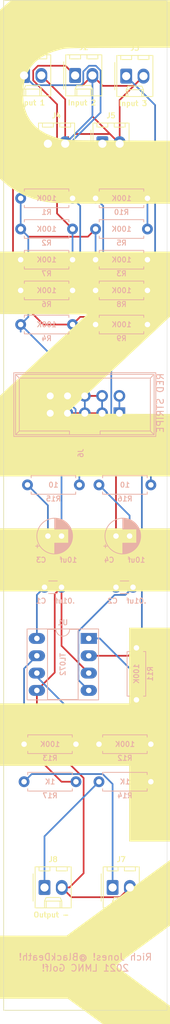
<source format=kicad_pcb>
(kicad_pcb (version 20171130) (host pcbnew "(5.1.8-0-10_14)")

  (general
    (thickness 1.6)
    (drawings 8)
    (tracks 173)
    (zones 0)
    (modules 31)
    (nets 17)
  )

  (page A4)
  (layers
    (0 F.Cu signal)
    (31 B.Cu signal)
    (32 B.Adhes user)
    (33 F.Adhes user)
    (34 B.Paste user)
    (35 F.Paste user)
    (36 B.SilkS user)
    (37 F.SilkS user)
    (38 B.Mask user)
    (39 F.Mask user)
    (40 Dwgs.User user)
    (41 Cmts.User user)
    (42 Eco1.User user)
    (43 Eco2.User user)
    (44 Edge.Cuts user)
    (45 Margin user)
    (46 B.CrtYd user)
    (47 F.CrtYd user)
    (48 B.Fab user)
    (49 F.Fab user)
  )

  (setup
    (last_trace_width 0.25)
    (trace_clearance 0.2)
    (zone_clearance 0.508)
    (zone_45_only no)
    (trace_min 0.2)
    (via_size 0.8)
    (via_drill 0.4)
    (via_min_size 0.4)
    (via_min_drill 0.3)
    (uvia_size 0.3)
    (uvia_drill 0.1)
    (uvias_allowed no)
    (uvia_min_size 0.2)
    (uvia_min_drill 0.1)
    (edge_width 0.05)
    (segment_width 0.2)
    (pcb_text_width 0.3)
    (pcb_text_size 1.5 1.5)
    (mod_edge_width 0.12)
    (mod_text_size 1 1)
    (mod_text_width 0.15)
    (pad_size 1.524 1.524)
    (pad_drill 0.762)
    (pad_to_mask_clearance 0)
    (aux_axis_origin 0 0)
    (visible_elements FFFFFF7F)
    (pcbplotparams
      (layerselection 0x010fc_ffffffff)
      (usegerberextensions false)
      (usegerberattributes true)
      (usegerberadvancedattributes true)
      (creategerberjobfile true)
      (excludeedgelayer true)
      (linewidth 0.100000)
      (plotframeref false)
      (viasonmask false)
      (mode 1)
      (useauxorigin false)
      (hpglpennumber 1)
      (hpglpenspeed 20)
      (hpglpendiameter 15.000000)
      (psnegative false)
      (psa4output false)
      (plotreference true)
      (plotvalue true)
      (plotinvisibletext false)
      (padsonsilk false)
      (subtractmaskfromsilk false)
      (outputformat 1)
      (mirror false)
      (drillshape 0)
      (scaleselection 1)
      (outputdirectory "/Users/rjones/Projects/PCBGolf/unity/unity/"))
  )

  (net 0 "")
  (net 1 "Net-(C1-Pad1)")
  (net 2 GND)
  (net 3 "Net-(C2-Pad2)")
  (net 4 "Net-(J6-Pad1)")
  (net 5 "Net-(J6-Pad10)")
  (net 6 "Net-(R10-Pad1)")
  (net 7 "Net-(R11-Pad1)")
  (net 8 "Net-(R12-Pad1)")
  (net 9 "Net-(R13-Pad1)")
  (net 10 "Net-(J1-Pad1)")
  (net 11 "Net-(J2-Pad1)")
  (net 12 "Net-(J3-Pad1)")
  (net 13 "Net-(J4-Pad1)")
  (net 14 "Net-(J5-Pad1)")
  (net 15 "Net-(J7-Pad1)")
  (net 16 "Net-(J8-Pad1)")

  (net_class Default "This is the default net class."
    (clearance 0.2)
    (trace_width 0.25)
    (via_dia 0.8)
    (via_drill 0.4)
    (uvia_dia 0.3)
    (uvia_drill 0.1)
    (add_net GND)
    (add_net "Net-(C1-Pad1)")
    (add_net "Net-(C2-Pad2)")
    (add_net "Net-(J1-Pad1)")
    (add_net "Net-(J2-Pad1)")
    (add_net "Net-(J3-Pad1)")
    (add_net "Net-(J4-Pad1)")
    (add_net "Net-(J5-Pad1)")
    (add_net "Net-(J6-Pad1)")
    (add_net "Net-(J6-Pad10)")
    (add_net "Net-(J7-Pad1)")
    (add_net "Net-(J8-Pad1)")
    (add_net "Net-(R10-Pad1)")
    (add_net "Net-(R11-Pad1)")
    (add_net "Net-(R12-Pad1)")
    (add_net "Net-(R13-Pad1)")
  )

  (module ao_tht:UNITY (layer F.Cu) (tedit 0) (tstamp 60E0EA45)
    (at 162 105 270)
    (fp_text reference G*** (at 0 0 90) (layer F.SilkS) hide
      (effects (font (size 1.524 1.524) (thickness 0.3)))
    )
    (fp_text value LOGO (at 0.75 0 90) (layer F.SilkS) hide
      (effects (font (size 1.524 1.524) (thickness 0.3)))
    )
    (fp_poly (pts (xy -68.04984 -4.8895) (xy -68.044629 -3.58564) (xy -68.039728 -2.439603) (xy -68.034836 -1.439879)
      (xy -68.029655 -0.574959) (xy -68.023884 0.166666) (xy -68.017225 0.796507) (xy -68.009377 1.326072)
      (xy -68.000041 1.766872) (xy -67.988917 2.130414) (xy -67.975707 2.42821) (xy -67.96011 2.671767)
      (xy -67.941827 2.872597) (xy -67.920557 3.042208) (xy -67.896003 3.192109) (xy -67.867864 3.333811)
      (xy -67.83584 3.478822) (xy -67.831542 3.497786) (xy -67.501358 4.680937) (xy -67.079118 5.722291)
      (xy -66.563329 6.623129) (xy -65.952498 7.384736) (xy -65.245133 8.008393) (xy -64.439742 8.495384)
      (xy -63.534832 8.84699) (xy -62.528911 9.064495) (xy -61.420486 9.149182) (xy -61.254338 9.150512)
      (xy -60.130697 9.081437) (xy -59.105385 8.874574) (xy -58.179149 8.53047) (xy -57.352738 8.04967)
      (xy -56.626897 7.432721) (xy -56.002376 6.680167) (xy -55.479922 5.792554) (xy -55.060282 4.770428)
      (xy -54.999795 4.585146) (xy -54.916169 4.319803) (xy -54.842426 4.078992) (xy -54.777896 3.850718)
      (xy -54.721908 3.622988) (xy -54.673789 3.383807) (xy -54.632868 3.121178) (xy -54.598476 2.823109)
      (xy -54.569939 2.477603) (xy -54.546588 2.072667) (xy -54.52775 1.596306) (xy -54.512755 1.036524)
      (xy -54.500931 0.381327) (xy -54.491607 -0.38128) (xy -54.484111 -1.263291) (xy -54.477774 -2.276702)
      (xy -54.471922 -3.433506) (xy -54.465886 -4.7457) (xy -54.464843 -4.974167) (xy -54.430667 -12.446)
      (xy -45.212 -12.446) (xy -45.212205 -4.677834) (xy -45.212838 -3.19791) (xy -45.214892 -1.875938)
      (xy -45.218725 -0.700538) (xy -45.224695 0.339667) (xy -45.23316 1.256057) (xy -45.244478 2.06001)
      (xy -45.259007 2.762905) (xy -45.277105 3.376119) (xy -45.299131 3.911033) (xy -45.325441 4.379024)
      (xy -45.356395 4.791471) (xy -45.392349 5.159753) (xy -45.433663 5.495248) (xy -45.480693 5.809335)
      (xy -45.533798 6.113392) (xy -45.555282 6.226784) (xy -45.891904 7.559357) (xy -46.374059 8.847455)
      (xy -46.989866 10.066893) (xy -47.727447 11.193488) (xy -48.396647 12.011048) (xy -48.866874 12.530666)
      (xy -73.62233 12.530666) (xy -74.085665 12.00588) (xy -74.339264 11.715191) (xy -74.581145 11.432104)
      (xy -74.763968 11.212108) (xy -74.781833 11.189905) (xy -75.014666 10.898715) (xy -75.014666 -12.446)
      (xy -68.079624 -12.446) (xy -68.04984 -4.8895)) (layer F.SilkS) (width 0.01))
    (fp_poly (pts (xy -5.249333 12.530666) (xy -17.081496 12.530666) (xy -23.039915 6.131769) (xy -28.998333 -0.267128)
      (xy -29.041731 12.530666) (xy -38.184666 12.530666) (xy -38.184666 -12.446) (xy -28.659666 -12.440546)
      (xy -14.435666 2.809098) (xy -14.41405 -4.818451) (xy -14.392433 -12.446) (xy -5.249333 -12.446)
      (xy -5.249333 12.530666)) (layer F.SilkS) (width 0.01))
    (fp_poly (pts (xy 11.599334 12.530666) (xy 2.370667 12.530666) (xy 2.370667 -12.446) (xy 11.599334 -12.446)
      (xy 11.599334 12.530666)) (layer F.SilkS) (width 0.01))
    (fp_poly (pts (xy 48.26 -6.434667) (xy 37.168667 -6.434667) (xy 37.168667 12.530666) (xy 28.024667 12.530666)
      (xy 28.024667 -6.434667) (xy 16.933334 -6.434667) (xy 16.933334 -12.446) (xy 48.26 -12.446)
      (xy 48.26 -6.434667)) (layer F.SilkS) (width 0.01))
    (fp_poly (pts (xy 75.014667 -2.542322) (xy 73.153968 0.020006) (xy 71.293268 2.582333) (xy 71.291301 7.5565)
      (xy 71.289334 12.530666) (xy 62.060667 12.530666) (xy 62.059213 7.641166) (xy 62.05776 2.751666)
      (xy 56.929444 -4.275667) (xy 56.212795 -5.257694) (xy 55.517799 -6.210055) (xy 54.851782 -7.122713)
      (xy 54.222068 -7.985628) (xy 53.635984 -8.788763) (xy 53.100854 -9.522079) (xy 52.624004 -10.175538)
      (xy 52.212759 -10.739101) (xy 51.874444 -11.202729) (xy 51.616386 -11.556386) (xy 51.44591 -11.790031)
      (xy 51.384287 -11.8745) (xy 50.967447 -12.446) (xy 55.773224 -12.445462) (xy 60.579 -12.444923)
      (xy 63.48983 -8.466129) (xy 64.020406 -7.742274) (xy 64.521841 -7.060857) (xy 64.985161 -6.433896)
      (xy 65.401389 -5.873407) (xy 65.76155 -5.391411) (xy 66.056667 -4.999924) (xy 66.277766 -4.710965)
      (xy 66.41587 -4.536552) (xy 66.461403 -4.487334) (xy 66.5211 -4.553745) (xy 66.671574 -4.74497)
      (xy 66.903842 -5.048994) (xy 67.208918 -5.453804) (xy 67.577821 -5.947386) (xy 68.001566 -6.517726)
      (xy 68.471171 -7.152811) (xy 68.97765 -7.840626) (xy 69.434907 -8.463851) (xy 72.347667 -12.440367)
      (xy 73.681167 -12.443184) (xy 75.014667 -12.446) (xy 75.014667 -2.542322)) (layer F.SilkS) (width 0.01))
  )

  (module ao_tht:Molex_KK-254_AE-6410-02A_1x02_P2.54mm_Vertical (layer F.Cu) (tedit 5EEA2359) (tstamp 60DE552E)
    (at 160.5 41)
    (descr "Molex KK-254 Interconnect System, old/engineering part number: AE-6410-02A example for new part number: 22-27-2021, 2 Pins (http://www.molex.com/pdm_docs/sd/022272021_sd.pdf), generated with kicad-footprint-generator")
    (tags "connector Molex KK-254 side entry")
    (path /60F3256A)
    (fp_text reference J2 (at 1.27 -4.12) (layer F.SilkS)
      (effects (font (size 0.75 0.75) (thickness 0.15)))
    )
    (fp_text value "Input 2" (at 1.27 4.08) (layer F.Fab)
      (effects (font (size 1 1) (thickness 0.15)))
    )
    (fp_line (start -1.27 -2.92) (end -1.27 2.88) (layer F.Fab) (width 0.1))
    (fp_line (start -1.27 2.88) (end 3.81 2.88) (layer F.Fab) (width 0.1))
    (fp_line (start 3.81 2.88) (end 3.81 -2.92) (layer F.Fab) (width 0.1))
    (fp_line (start 3.81 -2.92) (end -1.27 -2.92) (layer F.Fab) (width 0.1))
    (fp_line (start -1.38 -3.03) (end -1.38 2.99) (layer F.SilkS) (width 0.12))
    (fp_line (start -1.38 2.99) (end 3.92 2.99) (layer F.SilkS) (width 0.12))
    (fp_line (start 3.92 2.99) (end 3.92 -3.03) (layer F.SilkS) (width 0.12))
    (fp_line (start 3.92 -3.03) (end -1.38 -3.03) (layer F.SilkS) (width 0.12))
    (fp_line (start -1.67 -2) (end -1.67 2) (layer F.SilkS) (width 0.12))
    (fp_line (start -1.27 -0.5) (end -0.562893 0) (layer F.Fab) (width 0.1))
    (fp_line (start -0.562893 0) (end -1.27 0.5) (layer F.Fab) (width 0.1))
    (fp_line (start 0 2.99) (end 0 1.99) (layer F.SilkS) (width 0.12))
    (fp_line (start 0 1.99) (end 2.54 1.99) (layer F.SilkS) (width 0.12))
    (fp_line (start 2.54 1.99) (end 2.54 2.99) (layer F.SilkS) (width 0.12))
    (fp_line (start 0 1.99) (end 0.25 1.46) (layer F.SilkS) (width 0.12))
    (fp_line (start 0.25 1.46) (end 2.29 1.46) (layer F.SilkS) (width 0.12))
    (fp_line (start 2.29 1.46) (end 2.54 1.99) (layer F.SilkS) (width 0.12))
    (fp_line (start 0.25 2.99) (end 0.25 1.99) (layer F.SilkS) (width 0.12))
    (fp_line (start 2.29 2.99) (end 2.29 1.99) (layer F.SilkS) (width 0.12))
    (fp_line (start -0.8 -3.03) (end -0.8 -2.43) (layer F.SilkS) (width 0.12))
    (fp_line (start -0.8 -2.43) (end 0.8 -2.43) (layer F.SilkS) (width 0.12))
    (fp_line (start 0.8 -2.43) (end 0.8 -3.03) (layer F.SilkS) (width 0.12))
    (fp_line (start 1.74 -3.03) (end 1.74 -2.43) (layer F.SilkS) (width 0.12))
    (fp_line (start 1.74 -2.43) (end 3.34 -2.43) (layer F.SilkS) (width 0.12))
    (fp_line (start 3.34 -2.43) (end 3.34 -3.03) (layer F.SilkS) (width 0.12))
    (fp_line (start -1.77 -3.42) (end -1.77 3.38) (layer F.CrtYd) (width 0.05))
    (fp_line (start -1.77 3.38) (end 4.31 3.38) (layer F.CrtYd) (width 0.05))
    (fp_line (start 4.31 3.38) (end 4.31 -3.42) (layer F.CrtYd) (width 0.05))
    (fp_line (start 4.31 -3.42) (end -1.77 -3.42) (layer F.CrtYd) (width 0.05))
    (fp_text user %R (at 1.27 -2.22) (layer F.Fab)
      (effects (font (size 1 1) (thickness 0.15)))
    )
    (fp_text user "Input 2" (at 1 4) (layer F.SilkS)
      (effects (font (size 0.75 0.75) (thickness 0.15)))
    )
    (pad 2 thru_hole oval (at 2.54 0) (size 1.74 2.2) (drill 1.2) (layers *.Cu *.Mask)
      (net 2 GND))
    (pad 1 thru_hole roundrect (at 0 0) (size 1.74 2.2) (drill 1.2) (layers *.Cu *.Mask) (roundrect_rratio 0.1436775862068966)
      (net 11 "Net-(J2-Pad1)"))
    (model ${KISYS3DMOD}/Connector_Molex.3dshapes/Molex_KK-254_AE-6410-02A_1x02_P2.54mm_Vertical.wrl
      (at (xyz 0 0 0))
      (scale (xyz 1 1 1))
      (rotate (xyz 0 0 0))
    )
  )

  (module ao_tht:Molex_KK-254_AE-6410-02A_1x02_P2.54mm_Vertical (layer F.Cu) (tedit 5EEA2359) (tstamp 60DE5578)
    (at 164.5 51)
    (descr "Molex KK-254 Interconnect System, old/engineering part number: AE-6410-02A example for new part number: 22-27-2021, 2 Pins (http://www.molex.com/pdm_docs/sd/022272021_sd.pdf), generated with kicad-footprint-generator")
    (tags "connector Molex KK-254 side entry")
    (path /60F3A9D2)
    (fp_text reference J5 (at 1.27 -4.12) (layer F.SilkS)
      (effects (font (size 0.75 0.75) (thickness 0.15)))
    )
    (fp_text value "Input 5" (at 1.27 4.08) (layer F.Fab)
      (effects (font (size 1 1) (thickness 0.15)))
    )
    (fp_line (start 4.31 -3.42) (end -1.77 -3.42) (layer F.CrtYd) (width 0.05))
    (fp_line (start 4.31 3.38) (end 4.31 -3.42) (layer F.CrtYd) (width 0.05))
    (fp_line (start -1.77 3.38) (end 4.31 3.38) (layer F.CrtYd) (width 0.05))
    (fp_line (start -1.77 -3.42) (end -1.77 3.38) (layer F.CrtYd) (width 0.05))
    (fp_line (start 3.34 -2.43) (end 3.34 -3.03) (layer F.SilkS) (width 0.12))
    (fp_line (start 1.74 -2.43) (end 3.34 -2.43) (layer F.SilkS) (width 0.12))
    (fp_line (start 1.74 -3.03) (end 1.74 -2.43) (layer F.SilkS) (width 0.12))
    (fp_line (start 0.8 -2.43) (end 0.8 -3.03) (layer F.SilkS) (width 0.12))
    (fp_line (start -0.8 -2.43) (end 0.8 -2.43) (layer F.SilkS) (width 0.12))
    (fp_line (start -0.8 -3.03) (end -0.8 -2.43) (layer F.SilkS) (width 0.12))
    (fp_line (start 2.29 2.99) (end 2.29 1.99) (layer F.SilkS) (width 0.12))
    (fp_line (start 0.25 2.99) (end 0.25 1.99) (layer F.SilkS) (width 0.12))
    (fp_line (start 2.29 1.46) (end 2.54 1.99) (layer F.SilkS) (width 0.12))
    (fp_line (start 0.25 1.46) (end 2.29 1.46) (layer F.SilkS) (width 0.12))
    (fp_line (start 0 1.99) (end 0.25 1.46) (layer F.SilkS) (width 0.12))
    (fp_line (start 2.54 1.99) (end 2.54 2.99) (layer F.SilkS) (width 0.12))
    (fp_line (start 0 1.99) (end 2.54 1.99) (layer F.SilkS) (width 0.12))
    (fp_line (start 0 2.99) (end 0 1.99) (layer F.SilkS) (width 0.12))
    (fp_line (start -0.562893 0) (end -1.27 0.5) (layer F.Fab) (width 0.1))
    (fp_line (start -1.27 -0.5) (end -0.562893 0) (layer F.Fab) (width 0.1))
    (fp_line (start -1.67 -2) (end -1.67 2) (layer F.SilkS) (width 0.12))
    (fp_line (start 3.92 -3.03) (end -1.38 -3.03) (layer F.SilkS) (width 0.12))
    (fp_line (start 3.92 2.99) (end 3.92 -3.03) (layer F.SilkS) (width 0.12))
    (fp_line (start -1.38 2.99) (end 3.92 2.99) (layer F.SilkS) (width 0.12))
    (fp_line (start -1.38 -3.03) (end -1.38 2.99) (layer F.SilkS) (width 0.12))
    (fp_line (start 3.81 -2.92) (end -1.27 -2.92) (layer F.Fab) (width 0.1))
    (fp_line (start 3.81 2.88) (end 3.81 -2.92) (layer F.Fab) (width 0.1))
    (fp_line (start -1.27 2.88) (end 3.81 2.88) (layer F.Fab) (width 0.1))
    (fp_line (start -1.27 -2.92) (end -1.27 2.88) (layer F.Fab) (width 0.1))
    (fp_text user "Input 5" (at 1 4) (layer F.SilkS)
      (effects (font (size 0.75 0.75) (thickness 0.15)))
    )
    (fp_text user %R (at 1.27 -2.22) (layer F.Fab)
      (effects (font (size 1 1) (thickness 0.15)))
    )
    (pad 1 thru_hole roundrect (at 0 0) (size 1.74 2.2) (drill 1.2) (layers *.Cu *.Mask) (roundrect_rratio 0.1436775862068966)
      (net 14 "Net-(J5-Pad1)"))
    (pad 2 thru_hole oval (at 2.54 0) (size 1.74 2.2) (drill 1.2) (layers *.Cu *.Mask)
      (net 2 GND))
    (model ${KISYS3DMOD}/Connector_Molex.3dshapes/Molex_KK-254_AE-6410-02A_1x02_P2.54mm_Vertical.wrl
      (at (xyz 0 0 0))
      (scale (xyz 1 1 1))
      (rotate (xyz 0 0 0))
    )
  )

  (module ao_tht:Molex_KK-254_AE-6410-02A_1x02_P2.54mm_Vertical (layer F.Cu) (tedit 5EEA2359) (tstamp 60DE559D)
    (at 156.5 51)
    (descr "Molex KK-254 Interconnect System, old/engineering part number: AE-6410-02A example for new part number: 22-27-2021, 2 Pins (http://www.molex.com/pdm_docs/sd/022272021_sd.pdf), generated with kicad-footprint-generator")
    (tags "connector Molex KK-254 side entry")
    (path /60F37C1D)
    (fp_text reference J4 (at 1.27 -4.12) (layer F.SilkS)
      (effects (font (size 0.75 0.75) (thickness 0.15)))
    )
    (fp_text value "Input 4" (at 1.27 4.08) (layer F.Fab)
      (effects (font (size 1 1) (thickness 0.15)))
    )
    (fp_line (start -1.27 -2.92) (end -1.27 2.88) (layer F.Fab) (width 0.1))
    (fp_line (start -1.27 2.88) (end 3.81 2.88) (layer F.Fab) (width 0.1))
    (fp_line (start 3.81 2.88) (end 3.81 -2.92) (layer F.Fab) (width 0.1))
    (fp_line (start 3.81 -2.92) (end -1.27 -2.92) (layer F.Fab) (width 0.1))
    (fp_line (start -1.38 -3.03) (end -1.38 2.99) (layer F.SilkS) (width 0.12))
    (fp_line (start -1.38 2.99) (end 3.92 2.99) (layer F.SilkS) (width 0.12))
    (fp_line (start 3.92 2.99) (end 3.92 -3.03) (layer F.SilkS) (width 0.12))
    (fp_line (start 3.92 -3.03) (end -1.38 -3.03) (layer F.SilkS) (width 0.12))
    (fp_line (start -1.67 -2) (end -1.67 2) (layer F.SilkS) (width 0.12))
    (fp_line (start -1.27 -0.5) (end -0.562893 0) (layer F.Fab) (width 0.1))
    (fp_line (start -0.562893 0) (end -1.27 0.5) (layer F.Fab) (width 0.1))
    (fp_line (start 0 2.99) (end 0 1.99) (layer F.SilkS) (width 0.12))
    (fp_line (start 0 1.99) (end 2.54 1.99) (layer F.SilkS) (width 0.12))
    (fp_line (start 2.54 1.99) (end 2.54 2.99) (layer F.SilkS) (width 0.12))
    (fp_line (start 0 1.99) (end 0.25 1.46) (layer F.SilkS) (width 0.12))
    (fp_line (start 0.25 1.46) (end 2.29 1.46) (layer F.SilkS) (width 0.12))
    (fp_line (start 2.29 1.46) (end 2.54 1.99) (layer F.SilkS) (width 0.12))
    (fp_line (start 0.25 2.99) (end 0.25 1.99) (layer F.SilkS) (width 0.12))
    (fp_line (start 2.29 2.99) (end 2.29 1.99) (layer F.SilkS) (width 0.12))
    (fp_line (start -0.8 -3.03) (end -0.8 -2.43) (layer F.SilkS) (width 0.12))
    (fp_line (start -0.8 -2.43) (end 0.8 -2.43) (layer F.SilkS) (width 0.12))
    (fp_line (start 0.8 -2.43) (end 0.8 -3.03) (layer F.SilkS) (width 0.12))
    (fp_line (start 1.74 -3.03) (end 1.74 -2.43) (layer F.SilkS) (width 0.12))
    (fp_line (start 1.74 -2.43) (end 3.34 -2.43) (layer F.SilkS) (width 0.12))
    (fp_line (start 3.34 -2.43) (end 3.34 -3.03) (layer F.SilkS) (width 0.12))
    (fp_line (start -1.77 -3.42) (end -1.77 3.38) (layer F.CrtYd) (width 0.05))
    (fp_line (start -1.77 3.38) (end 4.31 3.38) (layer F.CrtYd) (width 0.05))
    (fp_line (start 4.31 3.38) (end 4.31 -3.42) (layer F.CrtYd) (width 0.05))
    (fp_line (start 4.31 -3.42) (end -1.77 -3.42) (layer F.CrtYd) (width 0.05))
    (fp_text user %R (at 1.27 -2.22) (layer F.Fab)
      (effects (font (size 1 1) (thickness 0.15)))
    )
    (fp_text user "Input 4" (at 1 4) (layer F.SilkS)
      (effects (font (size 0.75 0.75) (thickness 0.15)))
    )
    (pad 2 thru_hole oval (at 2.54 0) (size 1.74 2.2) (drill 1.2) (layers *.Cu *.Mask)
      (net 2 GND))
    (pad 1 thru_hole roundrect (at 0 0) (size 1.74 2.2) (drill 1.2) (layers *.Cu *.Mask) (roundrect_rratio 0.1436775862068966)
      (net 13 "Net-(J4-Pad1)"))
    (model ${KISYS3DMOD}/Connector_Molex.3dshapes/Molex_KK-254_AE-6410-02A_1x02_P2.54mm_Vertical.wrl
      (at (xyz 0 0 0))
      (scale (xyz 1 1 1))
      (rotate (xyz 0 0 0))
    )
  )

  (module ao_tht:R_Axial_DIN0207_L6.3mm_D2.5mm_P7.62mm_Horizontal (layer B.Cu) (tedit 5FE36791) (tstamp 60DE56F7)
    (at 163.5 77.5)
    (descr "Resistor, Axial_DIN0207 series, Axial, Horizontal, pin pitch=7.62mm, 0.25W = 1/4W, length*diameter=6.3*2.5mm^2, http://cdn-reichelt.de/documents/datenblatt/B400/1_4W%23YAG.pdf")
    (tags "Resistor Axial_DIN0207 series Axial Horizontal pin pitch 7.62mm 0.25W = 1/4W length 6.3mm diameter 2.5mm")
    (path /60E1134E)
    (fp_text reference R9 (at 3.81 2.032) (layer B.SilkS)
      (effects (font (size 0.75 0.75) (thickness 0.15)) (justify mirror))
    )
    (fp_text value 100K (at 3.81 0) (layer B.SilkS)
      (effects (font (size 0.75 0.75) (thickness 0.15)) (justify mirror))
    )
    (fp_line (start 8.67 1.5) (end -1.05 1.5) (layer B.CrtYd) (width 0.05))
    (fp_line (start 8.67 -1.5) (end 8.67 1.5) (layer B.CrtYd) (width 0.05))
    (fp_line (start -1.05 -1.5) (end 8.67 -1.5) (layer B.CrtYd) (width 0.05))
    (fp_line (start -1.05 1.5) (end -1.05 -1.5) (layer B.CrtYd) (width 0.05))
    (fp_line (start 7.08 -1.37) (end 7.08 -1.04) (layer B.SilkS) (width 0.12))
    (fp_line (start 0.54 -1.37) (end 7.08 -1.37) (layer B.SilkS) (width 0.12))
    (fp_line (start 0.54 -1.04) (end 0.54 -1.37) (layer B.SilkS) (width 0.12))
    (fp_line (start 7.08 1.37) (end 7.08 1.04) (layer B.SilkS) (width 0.12))
    (fp_line (start 0.54 1.37) (end 7.08 1.37) (layer B.SilkS) (width 0.12))
    (fp_line (start 0.54 1.04) (end 0.54 1.37) (layer B.SilkS) (width 0.12))
    (fp_line (start 7.62 0) (end 6.96 0) (layer B.Fab) (width 0.1))
    (fp_line (start 0 0) (end 0.66 0) (layer B.Fab) (width 0.1))
    (fp_line (start 6.96 1.25) (end 0.66 1.25) (layer B.Fab) (width 0.1))
    (fp_line (start 6.96 -1.25) (end 6.96 1.25) (layer B.Fab) (width 0.1))
    (fp_line (start 0.66 -1.25) (end 6.96 -1.25) (layer B.Fab) (width 0.1))
    (fp_line (start 0.66 1.25) (end 0.66 -1.25) (layer B.Fab) (width 0.1))
    (fp_text user %R (at 3.81 -2.5) (layer B.Fab)
      (effects (font (size 1 1) (thickness 0.15)) (justify mirror))
    )
    (fp_text user %V (at 4 0) (layer B.Fab)
      (effects (font (size 1 1) (thickness 0.15)) (justify mirror))
    )
    (pad 2 thru_hole oval (at 7.62 0) (size 1.6 1.6) (drill 0.8) (layers *.Cu *.Mask)
      (net 13 "Net-(J4-Pad1)"))
    (pad 1 thru_hole circle (at 0 0) (size 1.6 1.6) (drill 0.8) (layers *.Cu *.Mask)
      (net 6 "Net-(R10-Pad1)"))
    (model ${KISYS3DMOD}/Resistor_THT.3dshapes/R_Axial_DIN0207_L6.3mm_D2.5mm_P7.62mm_Horizontal.wrl
      (at (xyz 0 0 0))
      (scale (xyz 1 1 1))
      (rotate (xyz 0 0 0))
    )
  )

  (module ao_tht:R_Axial_DIN0207_L6.3mm_D2.5mm_P7.62mm_Horizontal (layer B.Cu) (tedit 5FE36791) (tstamp 60DE5697)
    (at 163.5 63.5)
    (descr "Resistor, Axial_DIN0207 series, Axial, Horizontal, pin pitch=7.62mm, 0.25W = 1/4W, length*diameter=6.3*2.5mm^2, http://cdn-reichelt.de/documents/datenblatt/B400/1_4W%23YAG.pdf")
    (tags "Resistor Axial_DIN0207 series Axial Horizontal pin pitch 7.62mm 0.25W = 1/4W length 6.3mm diameter 2.5mm")
    (path /60E14E25)
    (fp_text reference R5 (at 3.81 2.032) (layer B.SilkS)
      (effects (font (size 0.75 0.75) (thickness 0.15)) (justify mirror))
    )
    (fp_text value 100K (at 3.81 0) (layer B.SilkS)
      (effects (font (size 0.75 0.75) (thickness 0.15)) (justify mirror))
    )
    (fp_line (start 0.66 1.25) (end 0.66 -1.25) (layer B.Fab) (width 0.1))
    (fp_line (start 0.66 -1.25) (end 6.96 -1.25) (layer B.Fab) (width 0.1))
    (fp_line (start 6.96 -1.25) (end 6.96 1.25) (layer B.Fab) (width 0.1))
    (fp_line (start 6.96 1.25) (end 0.66 1.25) (layer B.Fab) (width 0.1))
    (fp_line (start 0 0) (end 0.66 0) (layer B.Fab) (width 0.1))
    (fp_line (start 7.62 0) (end 6.96 0) (layer B.Fab) (width 0.1))
    (fp_line (start 0.54 1.04) (end 0.54 1.37) (layer B.SilkS) (width 0.12))
    (fp_line (start 0.54 1.37) (end 7.08 1.37) (layer B.SilkS) (width 0.12))
    (fp_line (start 7.08 1.37) (end 7.08 1.04) (layer B.SilkS) (width 0.12))
    (fp_line (start 0.54 -1.04) (end 0.54 -1.37) (layer B.SilkS) (width 0.12))
    (fp_line (start 0.54 -1.37) (end 7.08 -1.37) (layer B.SilkS) (width 0.12))
    (fp_line (start 7.08 -1.37) (end 7.08 -1.04) (layer B.SilkS) (width 0.12))
    (fp_line (start -1.05 1.5) (end -1.05 -1.5) (layer B.CrtYd) (width 0.05))
    (fp_line (start -1.05 -1.5) (end 8.67 -1.5) (layer B.CrtYd) (width 0.05))
    (fp_line (start 8.67 -1.5) (end 8.67 1.5) (layer B.CrtYd) (width 0.05))
    (fp_line (start 8.67 1.5) (end -1.05 1.5) (layer B.CrtYd) (width 0.05))
    (fp_text user %V (at 4 0) (layer B.Fab)
      (effects (font (size 1 1) (thickness 0.15)) (justify mirror))
    )
    (fp_text user %R (at 3.81 -2.5) (layer B.Fab)
      (effects (font (size 1 1) (thickness 0.15)) (justify mirror))
    )
    (pad 1 thru_hole circle (at 0 0) (size 1.6 1.6) (drill 0.8) (layers *.Cu *.Mask)
      (net 2 GND))
    (pad 2 thru_hole oval (at 7.62 0) (size 1.6 1.6) (drill 0.8) (layers *.Cu *.Mask)
      (net 14 "Net-(J5-Pad1)"))
    (model ${KISYS3DMOD}/Resistor_THT.3dshapes/R_Axial_DIN0207_L6.3mm_D2.5mm_P7.62mm_Horizontal.wrl
      (at (xyz 0 0 0))
      (scale (xyz 1 1 1))
      (rotate (xyz 0 0 0))
    )
  )

  (module ao_tht:Power_Header (layer B.Cu) (tedit 5EEA25FD) (tstamp 60DE55D5)
    (at 167 90.5 90)
    (descr "Through hole straight IDC box header, 2x05, 2.54mm pitch, double rows")
    (tags "Through hole IDC box header THT 2x05 2.54mm double row")
    (path /60DDDB83)
    (fp_text reference J6 (at -5.85 -5.67 -90) (layer B.SilkS)
      (effects (font (size 0.75 0.75) (thickness 0.15)) (justify mirror))
    )
    (fp_text value Power (at 1.27 -18.34 -90) (layer B.Fab) hide
      (effects (font (size 1 1) (thickness 0.15)) (justify mirror))
    )
    (fp_line (start -2.6 -2.83) (end -2.6 4.55) (layer B.SilkS) (width 0.12))
    (fp_line (start -3.1 -2.83) (end -2.62 -2.83) (layer B.SilkS) (width 0.12))
    (fp_line (start -2.6 -7.33) (end -3.11 -7.33) (layer B.SilkS) (width 0.12))
    (fp_line (start -2.6 -14.7) (end -2.6 -7.35) (layer B.SilkS) (width 0.12))
    (fp_line (start -2.6 -14.7) (end -3.1 -15.2) (layer B.SilkS) (width 0.12))
    (fp_line (start 5.15 -14.7) (end -2.6 -14.7) (layer B.SilkS) (width 0.12))
    (fp_line (start 5.15 -14.7) (end 5.7 -15.25) (layer B.SilkS) (width 0.12))
    (fp_line (start 5.15 4.55) (end 5.15 -14.7) (layer B.SilkS) (width 0.12))
    (fp_line (start 5.15 4.55) (end 5.7 5.1) (layer B.SilkS) (width 0.12))
    (fp_line (start -2.6 4.55) (end 5.15 4.55) (layer B.SilkS) (width 0.12))
    (fp_line (start -3.15 5.1) (end -2.6 4.55) (layer B.SilkS) (width 0.12))
    (fp_line (start -3.15 -15.25) (end -3.15 5.1) (layer B.SilkS) (width 0.12))
    (fp_line (start 5.7 -15.25) (end -3.15 -15.25) (layer B.SilkS) (width 0.12))
    (fp_line (start 5.7 5.1) (end 5.7 -15.25) (layer B.SilkS) (width 0.12))
    (fp_line (start -3.15 5.1) (end 5.7 5.1) (layer B.SilkS) (width 0.12))
    (fp_line (start -3.405 5.35) (end 5.945 5.35) (layer B.SilkS) (width 0.12))
    (fp_line (start -3.405 -15.51) (end -3.405 5.35) (layer B.SilkS) (width 0.12))
    (fp_line (start 5.945 -15.51) (end -3.405 -15.51) (layer B.SilkS) (width 0.12))
    (fp_line (start 5.945 5.35) (end 5.945 -15.51) (layer B.SilkS) (width 0.12))
    (fp_line (start -3.41 5.35) (end 5.95 5.35) (layer B.CrtYd) (width 0.05))
    (fp_line (start -3.41 -15.51) (end -3.41 5.35) (layer B.CrtYd) (width 0.05))
    (fp_line (start 5.95 -15.51) (end -3.41 -15.51) (layer B.CrtYd) (width 0.05))
    (fp_line (start 5.95 5.35) (end 5.95 -15.51) (layer B.CrtYd) (width 0.05))
    (fp_line (start -3.155 -15.26) (end -2.605 -14.7) (layer B.Fab) (width 0.1))
    (fp_line (start -3.155 5.1) (end -2.605 4.56) (layer B.Fab) (width 0.1))
    (fp_line (start 5.695 -15.26) (end 5.145 -14.7) (layer B.Fab) (width 0.1))
    (fp_line (start 5.695 5.1) (end 5.145 4.56) (layer B.Fab) (width 0.1))
    (fp_line (start 5.145 -14.7) (end -2.605 -14.7) (layer B.Fab) (width 0.1))
    (fp_line (start 5.695 -15.26) (end -3.155 -15.26) (layer B.Fab) (width 0.1))
    (fp_line (start 5.145 4.56) (end -2.605 4.56) (layer B.Fab) (width 0.1))
    (fp_line (start 5.695 5.1) (end -3.155 5.1) (layer B.Fab) (width 0.1))
    (fp_line (start -2.605 -7.33) (end -3.155 -7.33) (layer B.Fab) (width 0.1))
    (fp_line (start -2.605 -2.83) (end -3.155 -2.83) (layer B.Fab) (width 0.1))
    (fp_line (start -2.605 -7.33) (end -2.605 -14.7) (layer B.Fab) (width 0.1))
    (fp_line (start -2.605 4.56) (end -2.605 -2.83) (layer B.Fab) (width 0.1))
    (fp_line (start -3.155 5.1) (end -3.155 -15.26) (layer B.Fab) (width 0.1))
    (fp_line (start 5.145 4.56) (end 5.145 -14.7) (layer B.Fab) (width 0.1))
    (fp_line (start 5.695 5.1) (end 5.695 -15.26) (layer B.Fab) (width 0.1))
    (fp_text user %R (at 1.27 -5.08 -90) (layer B.Fab) hide
      (effects (font (size 1 1) (thickness 0.15)) (justify mirror))
    )
    (fp_text user +12V (at 1 -16.5 -90) (layer B.SilkS) hide
      (effects (font (size 1 1) (thickness 0.15)) (justify mirror))
    )
    (fp_text user -12V (at 1 7.5 -90) (layer B.SilkS) hide
      (effects (font (size 1 1) (thickness 0.15)) (justify mirror))
    )
    (fp_text user "RED STRIPE" (at 1.5 6 -90) (layer B.SilkS)
      (effects (font (size 1 1) (thickness 0.15)) (justify mirror))
    )
    (pad 1 thru_hole rect (at 0 0 90) (size 1.7272 1.7272) (drill 1.016) (layers *.Cu *.Mask)
      (net 4 "Net-(J6-Pad1)"))
    (pad 2 thru_hole oval (at 2.54 0 90) (size 1.7272 1.7272) (drill 1.016) (layers *.Cu *.Mask)
      (net 4 "Net-(J6-Pad1)"))
    (pad 3 thru_hole oval (at 0 -2.54 90) (size 1.7272 1.7272) (drill 1.016) (layers *.Cu *.Mask)
      (net 2 GND))
    (pad 4 thru_hole oval (at 2.54 -2.54 90) (size 1.7272 1.7272) (drill 1.016) (layers *.Cu *.Mask)
      (net 2 GND))
    (pad 5 thru_hole oval (at 0 -5.08 90) (size 1.7272 1.7272) (drill 1.016) (layers *.Cu *.Mask)
      (net 2 GND))
    (pad 6 thru_hole oval (at 2.54 -5.08 90) (size 1.7272 1.7272) (drill 1.016) (layers *.Cu *.Mask)
      (net 2 GND))
    (pad 7 thru_hole oval (at 0 -7.62 90) (size 1.7272 1.7272) (drill 1.016) (layers *.Cu *.Mask)
      (net 2 GND))
    (pad 8 thru_hole oval (at 2.54 -7.62 90) (size 1.7272 1.7272) (drill 1.016) (layers *.Cu *.Mask)
      (net 2 GND))
    (pad 9 thru_hole oval (at 0 -10.16 90) (size 1.7272 1.7272) (drill 1.016) (layers *.Cu *.Mask)
      (net 5 "Net-(J6-Pad10)"))
    (pad 10 thru_hole oval (at 2.54 -10.16 90) (size 1.7272 1.7272) (drill 1.016) (layers *.Cu *.Mask)
      (net 5 "Net-(J6-Pad10)"))
    (model ${KISYS3DMOD}/Connector_IDC.3dshapes/IDC-Header_2x05_P2.54mm_Vertical.wrl
      (at (xyz 0 0 0))
      (scale (xyz 1 1 1))
      (rotate (xyz 0 0 0))
    )
  )

  (module ao_tht:R_Axial_DIN0207_L6.3mm_D2.5mm_P7.62mm_Horizontal (layer B.Cu) (tedit 5FE36791) (tstamp 60DE57B7)
    (at 153 144.5)
    (descr "Resistor, Axial_DIN0207 series, Axial, Horizontal, pin pitch=7.62mm, 0.25W = 1/4W, length*diameter=6.3*2.5mm^2, http://cdn-reichelt.de/documents/datenblatt/B400/1_4W%23YAG.pdf")
    (tags "Resistor Axial_DIN0207 series Axial Horizontal pin pitch 7.62mm 0.25W = 1/4W length 6.3mm diameter 2.5mm")
    (path /60E288FB)
    (fp_text reference R17 (at 3.81 2.032) (layer B.SilkS)
      (effects (font (size 0.75 0.75) (thickness 0.15)) (justify mirror))
    )
    (fp_text value 1K (at 3.81 0) (layer B.SilkS)
      (effects (font (size 0.75 0.75) (thickness 0.15)) (justify mirror))
    )
    (fp_line (start 8.67 1.5) (end -1.05 1.5) (layer B.CrtYd) (width 0.05))
    (fp_line (start 8.67 -1.5) (end 8.67 1.5) (layer B.CrtYd) (width 0.05))
    (fp_line (start -1.05 -1.5) (end 8.67 -1.5) (layer B.CrtYd) (width 0.05))
    (fp_line (start -1.05 1.5) (end -1.05 -1.5) (layer B.CrtYd) (width 0.05))
    (fp_line (start 7.08 -1.37) (end 7.08 -1.04) (layer B.SilkS) (width 0.12))
    (fp_line (start 0.54 -1.37) (end 7.08 -1.37) (layer B.SilkS) (width 0.12))
    (fp_line (start 0.54 -1.04) (end 0.54 -1.37) (layer B.SilkS) (width 0.12))
    (fp_line (start 7.08 1.37) (end 7.08 1.04) (layer B.SilkS) (width 0.12))
    (fp_line (start 0.54 1.37) (end 7.08 1.37) (layer B.SilkS) (width 0.12))
    (fp_line (start 0.54 1.04) (end 0.54 1.37) (layer B.SilkS) (width 0.12))
    (fp_line (start 7.62 0) (end 6.96 0) (layer B.Fab) (width 0.1))
    (fp_line (start 0 0) (end 0.66 0) (layer B.Fab) (width 0.1))
    (fp_line (start 6.96 1.25) (end 0.66 1.25) (layer B.Fab) (width 0.1))
    (fp_line (start 6.96 -1.25) (end 6.96 1.25) (layer B.Fab) (width 0.1))
    (fp_line (start 0.66 -1.25) (end 6.96 -1.25) (layer B.Fab) (width 0.1))
    (fp_line (start 0.66 1.25) (end 0.66 -1.25) (layer B.Fab) (width 0.1))
    (fp_text user %R (at 3.81 -2.5) (layer B.Fab)
      (effects (font (size 1 1) (thickness 0.15)) (justify mirror))
    )
    (fp_text user %V (at 4 0) (layer B.Fab)
      (effects (font (size 1 1) (thickness 0.15)) (justify mirror))
    )
    (pad 2 thru_hole oval (at 7.62 0) (size 1.6 1.6) (drill 0.8) (layers *.Cu *.Mask)
      (net 9 "Net-(R13-Pad1)"))
    (pad 1 thru_hole circle (at 0 0) (size 1.6 1.6) (drill 0.8) (layers *.Cu *.Mask)
      (net 15 "Net-(J7-Pad1)"))
    (model ${KISYS3DMOD}/Resistor_THT.3dshapes/R_Axial_DIN0207_L6.3mm_D2.5mm_P7.62mm_Horizontal.wrl
      (at (xyz 0 0 0))
      (scale (xyz 1 1 1))
      (rotate (xyz 0 0 0))
    )
  )

  (module ao_tht:C_Disc_D3.0mm_W1.6mm_P2.50mm (layer B.Cu) (tedit 5EEA28A1) (tstamp 60DE53CA)
    (at 156 116)
    (descr "C, Disc series, Radial, pin pitch=2.50mm, , diameter*width=3.0*1.6mm^2, Capacitor, http://www.vishay.com/docs/45233/krseries.pdf")
    (tags "C Disc series Radial pin pitch 2.50mm  diameter 3.0mm width 1.6mm Capacitor")
    (path /60E0BCDF)
    (fp_text reference C1 (at -0.5 2) (layer B.SilkS)
      (effects (font (size 0.75 0.75) (thickness 0.15)) (justify mirror))
    )
    (fp_text value .01uf (at 1.25 -2.05) (layer B.Fab)
      (effects (font (size 1 1) (thickness 0.15)) (justify mirror))
    )
    (fp_line (start 3.55 1.05) (end -1.05 1.05) (layer B.CrtYd) (width 0.05))
    (fp_line (start 3.55 -1.05) (end 3.55 1.05) (layer B.CrtYd) (width 0.05))
    (fp_line (start -1.05 -1.05) (end 3.55 -1.05) (layer B.CrtYd) (width 0.05))
    (fp_line (start -1.05 1.05) (end -1.05 -1.05) (layer B.CrtYd) (width 0.05))
    (fp_line (start 0.621 -0.92) (end 1.879 -0.92) (layer B.SilkS) (width 0.12))
    (fp_line (start 0.621 0.92) (end 1.879 0.92) (layer B.SilkS) (width 0.12))
    (fp_line (start 2.75 0.8) (end -0.25 0.8) (layer B.Fab) (width 0.1))
    (fp_line (start 2.75 -0.8) (end 2.75 0.8) (layer B.Fab) (width 0.1))
    (fp_line (start -0.25 -0.8) (end 2.75 -0.8) (layer B.Fab) (width 0.1))
    (fp_line (start -0.25 0.8) (end -0.25 -0.8) (layer B.Fab) (width 0.1))
    (fp_text user %V (at 3 2) (layer B.SilkS)
      (effects (font (size 0.75 0.75) (thickness 0.15)) (justify mirror))
    )
    (fp_text user %R (at 1.25 0) (layer B.Fab)
      (effects (font (size 0.6 0.6) (thickness 0.09)) (justify mirror))
    )
    (pad 1 thru_hole circle (at 0 0) (size 1.6 1.6) (drill 0.8) (layers *.Cu *.Mask)
      (net 1 "Net-(C1-Pad1)"))
    (pad 2 thru_hole circle (at 2.5 0) (size 1.6 1.6) (drill 0.8) (layers *.Cu *.Mask)
      (net 2 GND))
    (model ${KISYS3DMOD}/Capacitor_THT.3dshapes/C_Disc_D3.0mm_W1.6mm_P2.50mm.wrl
      (at (xyz 0 0 0))
      (scale (xyz 1 1 1))
      (rotate (xyz 0 0 0))
    )
  )

  (module ao_tht:C_Disc_D3.0mm_W1.6mm_P2.50mm (layer B.Cu) (tedit 5EEA28A1) (tstamp 60DE53DC)
    (at 166.5 116)
    (descr "C, Disc series, Radial, pin pitch=2.50mm, , diameter*width=3.0*1.6mm^2, Capacitor, http://www.vishay.com/docs/45233/krseries.pdf")
    (tags "C Disc series Radial pin pitch 2.50mm  diameter 3.0mm width 1.6mm Capacitor")
    (path /60E0E11A)
    (fp_text reference C2 (at -0.5 2) (layer B.SilkS)
      (effects (font (size 0.75 0.75) (thickness 0.15)) (justify mirror))
    )
    (fp_text value .01uf (at 1.25 -2.05) (layer B.Fab)
      (effects (font (size 1 1) (thickness 0.15)) (justify mirror))
    )
    (fp_line (start -0.25 0.8) (end -0.25 -0.8) (layer B.Fab) (width 0.1))
    (fp_line (start -0.25 -0.8) (end 2.75 -0.8) (layer B.Fab) (width 0.1))
    (fp_line (start 2.75 -0.8) (end 2.75 0.8) (layer B.Fab) (width 0.1))
    (fp_line (start 2.75 0.8) (end -0.25 0.8) (layer B.Fab) (width 0.1))
    (fp_line (start 0.621 0.92) (end 1.879 0.92) (layer B.SilkS) (width 0.12))
    (fp_line (start 0.621 -0.92) (end 1.879 -0.92) (layer B.SilkS) (width 0.12))
    (fp_line (start -1.05 1.05) (end -1.05 -1.05) (layer B.CrtYd) (width 0.05))
    (fp_line (start -1.05 -1.05) (end 3.55 -1.05) (layer B.CrtYd) (width 0.05))
    (fp_line (start 3.55 -1.05) (end 3.55 1.05) (layer B.CrtYd) (width 0.05))
    (fp_line (start 3.55 1.05) (end -1.05 1.05) (layer B.CrtYd) (width 0.05))
    (fp_text user %R (at 1.25 0) (layer B.Fab)
      (effects (font (size 0.6 0.6) (thickness 0.09)) (justify mirror))
    )
    (fp_text user %V (at 3 2) (layer B.SilkS)
      (effects (font (size 0.75 0.75) (thickness 0.15)) (justify mirror))
    )
    (pad 2 thru_hole circle (at 2.5 0) (size 1.6 1.6) (drill 0.8) (layers *.Cu *.Mask)
      (net 3 "Net-(C2-Pad2)"))
    (pad 1 thru_hole circle (at 0 0) (size 1.6 1.6) (drill 0.8) (layers *.Cu *.Mask)
      (net 2 GND))
    (model ${KISYS3DMOD}/Capacitor_THT.3dshapes/C_Disc_D3.0mm_W1.6mm_P2.50mm.wrl
      (at (xyz 0 0 0))
      (scale (xyz 1 1 1))
      (rotate (xyz 0 0 0))
    )
  )

  (module ao_tht:CP_Radial_D5.0mm_P2.00mm (layer B.Cu) (tedit 5EEA1F78) (tstamp 60DE5460)
    (at 156.5 108.5)
    (descr "CP, Radial series, Radial, pin pitch=2.00mm, , diameter=5mm, Electrolytic Capacitor")
    (tags "CP Radial series Radial pin pitch 2.00mm  diameter 5mm Electrolytic Capacitor")
    (path /60E16B17)
    (fp_text reference C3 (at -1 3.5) (layer B.SilkS)
      (effects (font (size 0.75 0.75) (thickness 0.15)) (justify mirror))
    )
    (fp_text value 10uf (at 1 -3.75) (layer B.Fab)
      (effects (font (size 1 1) (thickness 0.15)) (justify mirror))
    )
    (fp_line (start -1.554775 1.725) (end -1.554775 1.225) (layer B.SilkS) (width 0.12))
    (fp_line (start -1.804775 1.475) (end -1.304775 1.475) (layer B.SilkS) (width 0.12))
    (fp_line (start 3.601 0.284) (end 3.601 -0.284) (layer B.SilkS) (width 0.12))
    (fp_line (start 3.561 0.518) (end 3.561 -0.518) (layer B.SilkS) (width 0.12))
    (fp_line (start 3.521 0.677) (end 3.521 -0.677) (layer B.SilkS) (width 0.12))
    (fp_line (start 3.481 0.805) (end 3.481 -0.805) (layer B.SilkS) (width 0.12))
    (fp_line (start 3.441 0.915) (end 3.441 -0.915) (layer B.SilkS) (width 0.12))
    (fp_line (start 3.401 1.011) (end 3.401 -1.011) (layer B.SilkS) (width 0.12))
    (fp_line (start 3.361 1.098) (end 3.361 -1.098) (layer B.SilkS) (width 0.12))
    (fp_line (start 3.321 1.178) (end 3.321 -1.178) (layer B.SilkS) (width 0.12))
    (fp_line (start 3.281 1.251) (end 3.281 -1.251) (layer B.SilkS) (width 0.12))
    (fp_line (start 3.241 1.319) (end 3.241 -1.319) (layer B.SilkS) (width 0.12))
    (fp_line (start 3.201 1.383) (end 3.201 -1.383) (layer B.SilkS) (width 0.12))
    (fp_line (start 3.161 1.443) (end 3.161 -1.443) (layer B.SilkS) (width 0.12))
    (fp_line (start 3.121 1.5) (end 3.121 -1.5) (layer B.SilkS) (width 0.12))
    (fp_line (start 3.081 1.554) (end 3.081 -1.554) (layer B.SilkS) (width 0.12))
    (fp_line (start 3.041 1.605) (end 3.041 -1.605) (layer B.SilkS) (width 0.12))
    (fp_line (start 3.001 -1.04) (end 3.001 -1.653) (layer B.SilkS) (width 0.12))
    (fp_line (start 3.001 1.653) (end 3.001 1.04) (layer B.SilkS) (width 0.12))
    (fp_line (start 2.961 -1.04) (end 2.961 -1.699) (layer B.SilkS) (width 0.12))
    (fp_line (start 2.961 1.699) (end 2.961 1.04) (layer B.SilkS) (width 0.12))
    (fp_line (start 2.921 -1.04) (end 2.921 -1.743) (layer B.SilkS) (width 0.12))
    (fp_line (start 2.921 1.743) (end 2.921 1.04) (layer B.SilkS) (width 0.12))
    (fp_line (start 2.881 -1.04) (end 2.881 -1.785) (layer B.SilkS) (width 0.12))
    (fp_line (start 2.881 1.785) (end 2.881 1.04) (layer B.SilkS) (width 0.12))
    (fp_line (start 2.841 -1.04) (end 2.841 -1.826) (layer B.SilkS) (width 0.12))
    (fp_line (start 2.841 1.826) (end 2.841 1.04) (layer B.SilkS) (width 0.12))
    (fp_line (start 2.801 -1.04) (end 2.801 -1.864) (layer B.SilkS) (width 0.12))
    (fp_line (start 2.801 1.864) (end 2.801 1.04) (layer B.SilkS) (width 0.12))
    (fp_line (start 2.761 -1.04) (end 2.761 -1.901) (layer B.SilkS) (width 0.12))
    (fp_line (start 2.761 1.901) (end 2.761 1.04) (layer B.SilkS) (width 0.12))
    (fp_line (start 2.721 -1.04) (end 2.721 -1.937) (layer B.SilkS) (width 0.12))
    (fp_line (start 2.721 1.937) (end 2.721 1.04) (layer B.SilkS) (width 0.12))
    (fp_line (start 2.681 -1.04) (end 2.681 -1.971) (layer B.SilkS) (width 0.12))
    (fp_line (start 2.681 1.971) (end 2.681 1.04) (layer B.SilkS) (width 0.12))
    (fp_line (start 2.641 -1.04) (end 2.641 -2.004) (layer B.SilkS) (width 0.12))
    (fp_line (start 2.641 2.004) (end 2.641 1.04) (layer B.SilkS) (width 0.12))
    (fp_line (start 2.601 -1.04) (end 2.601 -2.035) (layer B.SilkS) (width 0.12))
    (fp_line (start 2.601 2.035) (end 2.601 1.04) (layer B.SilkS) (width 0.12))
    (fp_line (start 2.561 -1.04) (end 2.561 -2.065) (layer B.SilkS) (width 0.12))
    (fp_line (start 2.561 2.065) (end 2.561 1.04) (layer B.SilkS) (width 0.12))
    (fp_line (start 2.521 -1.04) (end 2.521 -2.095) (layer B.SilkS) (width 0.12))
    (fp_line (start 2.521 2.095) (end 2.521 1.04) (layer B.SilkS) (width 0.12))
    (fp_line (start 2.481 -1.04) (end 2.481 -2.122) (layer B.SilkS) (width 0.12))
    (fp_line (start 2.481 2.122) (end 2.481 1.04) (layer B.SilkS) (width 0.12))
    (fp_line (start 2.441 -1.04) (end 2.441 -2.149) (layer B.SilkS) (width 0.12))
    (fp_line (start 2.441 2.149) (end 2.441 1.04) (layer B.SilkS) (width 0.12))
    (fp_line (start 2.401 -1.04) (end 2.401 -2.175) (layer B.SilkS) (width 0.12))
    (fp_line (start 2.401 2.175) (end 2.401 1.04) (layer B.SilkS) (width 0.12))
    (fp_line (start 2.361 -1.04) (end 2.361 -2.2) (layer B.SilkS) (width 0.12))
    (fp_line (start 2.361 2.2) (end 2.361 1.04) (layer B.SilkS) (width 0.12))
    (fp_line (start 2.321 -1.04) (end 2.321 -2.224) (layer B.SilkS) (width 0.12))
    (fp_line (start 2.321 2.224) (end 2.321 1.04) (layer B.SilkS) (width 0.12))
    (fp_line (start 2.281 -1.04) (end 2.281 -2.247) (layer B.SilkS) (width 0.12))
    (fp_line (start 2.281 2.247) (end 2.281 1.04) (layer B.SilkS) (width 0.12))
    (fp_line (start 2.241 -1.04) (end 2.241 -2.268) (layer B.SilkS) (width 0.12))
    (fp_line (start 2.241 2.268) (end 2.241 1.04) (layer B.SilkS) (width 0.12))
    (fp_line (start 2.201 -1.04) (end 2.201 -2.29) (layer B.SilkS) (width 0.12))
    (fp_line (start 2.201 2.29) (end 2.201 1.04) (layer B.SilkS) (width 0.12))
    (fp_line (start 2.161 -1.04) (end 2.161 -2.31) (layer B.SilkS) (width 0.12))
    (fp_line (start 2.161 2.31) (end 2.161 1.04) (layer B.SilkS) (width 0.12))
    (fp_line (start 2.121 -1.04) (end 2.121 -2.329) (layer B.SilkS) (width 0.12))
    (fp_line (start 2.121 2.329) (end 2.121 1.04) (layer B.SilkS) (width 0.12))
    (fp_line (start 2.081 -1.04) (end 2.081 -2.348) (layer B.SilkS) (width 0.12))
    (fp_line (start 2.081 2.348) (end 2.081 1.04) (layer B.SilkS) (width 0.12))
    (fp_line (start 2.041 -1.04) (end 2.041 -2.365) (layer B.SilkS) (width 0.12))
    (fp_line (start 2.041 2.365) (end 2.041 1.04) (layer B.SilkS) (width 0.12))
    (fp_line (start 2.001 -1.04) (end 2.001 -2.382) (layer B.SilkS) (width 0.12))
    (fp_line (start 2.001 2.382) (end 2.001 1.04) (layer B.SilkS) (width 0.12))
    (fp_line (start 1.961 -1.04) (end 1.961 -2.398) (layer B.SilkS) (width 0.12))
    (fp_line (start 1.961 2.398) (end 1.961 1.04) (layer B.SilkS) (width 0.12))
    (fp_line (start 1.921 -1.04) (end 1.921 -2.414) (layer B.SilkS) (width 0.12))
    (fp_line (start 1.921 2.414) (end 1.921 1.04) (layer B.SilkS) (width 0.12))
    (fp_line (start 1.881 -1.04) (end 1.881 -2.428) (layer B.SilkS) (width 0.12))
    (fp_line (start 1.881 2.428) (end 1.881 1.04) (layer B.SilkS) (width 0.12))
    (fp_line (start 1.841 -1.04) (end 1.841 -2.442) (layer B.SilkS) (width 0.12))
    (fp_line (start 1.841 2.442) (end 1.841 1.04) (layer B.SilkS) (width 0.12))
    (fp_line (start 1.801 -1.04) (end 1.801 -2.455) (layer B.SilkS) (width 0.12))
    (fp_line (start 1.801 2.455) (end 1.801 1.04) (layer B.SilkS) (width 0.12))
    (fp_line (start 1.761 -1.04) (end 1.761 -2.468) (layer B.SilkS) (width 0.12))
    (fp_line (start 1.761 2.468) (end 1.761 1.04) (layer B.SilkS) (width 0.12))
    (fp_line (start 1.721 -1.04) (end 1.721 -2.48) (layer B.SilkS) (width 0.12))
    (fp_line (start 1.721 2.48) (end 1.721 1.04) (layer B.SilkS) (width 0.12))
    (fp_line (start 1.68 -1.04) (end 1.68 -2.491) (layer B.SilkS) (width 0.12))
    (fp_line (start 1.68 2.491) (end 1.68 1.04) (layer B.SilkS) (width 0.12))
    (fp_line (start 1.64 -1.04) (end 1.64 -2.501) (layer B.SilkS) (width 0.12))
    (fp_line (start 1.64 2.501) (end 1.64 1.04) (layer B.SilkS) (width 0.12))
    (fp_line (start 1.6 -1.04) (end 1.6 -2.511) (layer B.SilkS) (width 0.12))
    (fp_line (start 1.6 2.511) (end 1.6 1.04) (layer B.SilkS) (width 0.12))
    (fp_line (start 1.56 -1.04) (end 1.56 -2.52) (layer B.SilkS) (width 0.12))
    (fp_line (start 1.56 2.52) (end 1.56 1.04) (layer B.SilkS) (width 0.12))
    (fp_line (start 1.52 -1.04) (end 1.52 -2.528) (layer B.SilkS) (width 0.12))
    (fp_line (start 1.52 2.528) (end 1.52 1.04) (layer B.SilkS) (width 0.12))
    (fp_line (start 1.48 -1.04) (end 1.48 -2.536) (layer B.SilkS) (width 0.12))
    (fp_line (start 1.48 2.536) (end 1.48 1.04) (layer B.SilkS) (width 0.12))
    (fp_line (start 1.44 -1.04) (end 1.44 -2.543) (layer B.SilkS) (width 0.12))
    (fp_line (start 1.44 2.543) (end 1.44 1.04) (layer B.SilkS) (width 0.12))
    (fp_line (start 1.4 -1.04) (end 1.4 -2.55) (layer B.SilkS) (width 0.12))
    (fp_line (start 1.4 2.55) (end 1.4 1.04) (layer B.SilkS) (width 0.12))
    (fp_line (start 1.36 -1.04) (end 1.36 -2.556) (layer B.SilkS) (width 0.12))
    (fp_line (start 1.36 2.556) (end 1.36 1.04) (layer B.SilkS) (width 0.12))
    (fp_line (start 1.32 -1.04) (end 1.32 -2.561) (layer B.SilkS) (width 0.12))
    (fp_line (start 1.32 2.561) (end 1.32 1.04) (layer B.SilkS) (width 0.12))
    (fp_line (start 1.28 -1.04) (end 1.28 -2.565) (layer B.SilkS) (width 0.12))
    (fp_line (start 1.28 2.565) (end 1.28 1.04) (layer B.SilkS) (width 0.12))
    (fp_line (start 1.24 -1.04) (end 1.24 -2.569) (layer B.SilkS) (width 0.12))
    (fp_line (start 1.24 2.569) (end 1.24 1.04) (layer B.SilkS) (width 0.12))
    (fp_line (start 1.2 -1.04) (end 1.2 -2.573) (layer B.SilkS) (width 0.12))
    (fp_line (start 1.2 2.573) (end 1.2 1.04) (layer B.SilkS) (width 0.12))
    (fp_line (start 1.16 -1.04) (end 1.16 -2.576) (layer B.SilkS) (width 0.12))
    (fp_line (start 1.16 2.576) (end 1.16 1.04) (layer B.SilkS) (width 0.12))
    (fp_line (start 1.12 -1.04) (end 1.12 -2.578) (layer B.SilkS) (width 0.12))
    (fp_line (start 1.12 2.578) (end 1.12 1.04) (layer B.SilkS) (width 0.12))
    (fp_line (start 1.08 -1.04) (end 1.08 -2.579) (layer B.SilkS) (width 0.12))
    (fp_line (start 1.08 2.579) (end 1.08 1.04) (layer B.SilkS) (width 0.12))
    (fp_line (start 1.04 2.58) (end 1.04 1.04) (layer B.SilkS) (width 0.12))
    (fp_line (start 1.04 -1.04) (end 1.04 -2.58) (layer B.SilkS) (width 0.12))
    (fp_line (start 1 2.58) (end 1 1.04) (layer B.SilkS) (width 0.12))
    (fp_line (start 1 -1.04) (end 1 -2.58) (layer B.SilkS) (width 0.12))
    (fp_line (start -0.883605 1.3375) (end -0.883605 0.8375) (layer B.Fab) (width 0.1))
    (fp_line (start -1.133605 1.0875) (end -0.633605 1.0875) (layer B.Fab) (width 0.1))
    (fp_circle (center 1 0) (end 3.75 0) (layer B.CrtYd) (width 0.05))
    (fp_circle (center 1 0) (end 3.62 0) (layer B.SilkS) (width 0.12))
    (fp_circle (center 1 0) (end 3.5 0) (layer B.Fab) (width 0.1))
    (fp_text user %V (at 3 3.5) (layer B.SilkS)
      (effects (font (size 0.75 0.75) (thickness 0.15)) (justify mirror))
    )
    (fp_text user %R (at 1 0) (layer B.Fab)
      (effects (font (size 1 1) (thickness 0.15)) (justify mirror))
    )
    (pad 1 thru_hole rect (at 0 0) (size 1.6 1.6) (drill 0.8) (layers *.Cu *.Mask)
      (net 1 "Net-(C1-Pad1)"))
    (pad 2 thru_hole circle (at 2 0) (size 1.6 1.6) (drill 0.8) (layers *.Cu *.Mask)
      (net 2 GND))
    (model ${KISYS3DMOD}/Capacitor_THT.3dshapes/CP_Radial_D5.0mm_P2.00mm.wrl
      (at (xyz 0 0 0))
      (scale (xyz 1 1 1))
      (rotate (xyz 0 0 0))
    )
  )

  (module ao_tht:CP_Radial_D5.0mm_P2.00mm (layer B.Cu) (tedit 5EEA1F78) (tstamp 60DE54E4)
    (at 166.5 108.5)
    (descr "CP, Radial series, Radial, pin pitch=2.00mm, , diameter=5mm, Electrolytic Capacitor")
    (tags "CP Radial series Radial pin pitch 2.00mm  diameter 5mm Electrolytic Capacitor")
    (path /60E1B4C5)
    (fp_text reference C4 (at -1 3.5) (layer B.SilkS)
      (effects (font (size 0.75 0.75) (thickness 0.15)) (justify mirror))
    )
    (fp_text value 10uf (at 1 -3.75) (layer B.Fab)
      (effects (font (size 1 1) (thickness 0.15)) (justify mirror))
    )
    (fp_circle (center 1 0) (end 3.5 0) (layer B.Fab) (width 0.1))
    (fp_circle (center 1 0) (end 3.62 0) (layer B.SilkS) (width 0.12))
    (fp_circle (center 1 0) (end 3.75 0) (layer B.CrtYd) (width 0.05))
    (fp_line (start -1.133605 1.0875) (end -0.633605 1.0875) (layer B.Fab) (width 0.1))
    (fp_line (start -0.883605 1.3375) (end -0.883605 0.8375) (layer B.Fab) (width 0.1))
    (fp_line (start 1 -1.04) (end 1 -2.58) (layer B.SilkS) (width 0.12))
    (fp_line (start 1 2.58) (end 1 1.04) (layer B.SilkS) (width 0.12))
    (fp_line (start 1.04 -1.04) (end 1.04 -2.58) (layer B.SilkS) (width 0.12))
    (fp_line (start 1.04 2.58) (end 1.04 1.04) (layer B.SilkS) (width 0.12))
    (fp_line (start 1.08 2.579) (end 1.08 1.04) (layer B.SilkS) (width 0.12))
    (fp_line (start 1.08 -1.04) (end 1.08 -2.579) (layer B.SilkS) (width 0.12))
    (fp_line (start 1.12 2.578) (end 1.12 1.04) (layer B.SilkS) (width 0.12))
    (fp_line (start 1.12 -1.04) (end 1.12 -2.578) (layer B.SilkS) (width 0.12))
    (fp_line (start 1.16 2.576) (end 1.16 1.04) (layer B.SilkS) (width 0.12))
    (fp_line (start 1.16 -1.04) (end 1.16 -2.576) (layer B.SilkS) (width 0.12))
    (fp_line (start 1.2 2.573) (end 1.2 1.04) (layer B.SilkS) (width 0.12))
    (fp_line (start 1.2 -1.04) (end 1.2 -2.573) (layer B.SilkS) (width 0.12))
    (fp_line (start 1.24 2.569) (end 1.24 1.04) (layer B.SilkS) (width 0.12))
    (fp_line (start 1.24 -1.04) (end 1.24 -2.569) (layer B.SilkS) (width 0.12))
    (fp_line (start 1.28 2.565) (end 1.28 1.04) (layer B.SilkS) (width 0.12))
    (fp_line (start 1.28 -1.04) (end 1.28 -2.565) (layer B.SilkS) (width 0.12))
    (fp_line (start 1.32 2.561) (end 1.32 1.04) (layer B.SilkS) (width 0.12))
    (fp_line (start 1.32 -1.04) (end 1.32 -2.561) (layer B.SilkS) (width 0.12))
    (fp_line (start 1.36 2.556) (end 1.36 1.04) (layer B.SilkS) (width 0.12))
    (fp_line (start 1.36 -1.04) (end 1.36 -2.556) (layer B.SilkS) (width 0.12))
    (fp_line (start 1.4 2.55) (end 1.4 1.04) (layer B.SilkS) (width 0.12))
    (fp_line (start 1.4 -1.04) (end 1.4 -2.55) (layer B.SilkS) (width 0.12))
    (fp_line (start 1.44 2.543) (end 1.44 1.04) (layer B.SilkS) (width 0.12))
    (fp_line (start 1.44 -1.04) (end 1.44 -2.543) (layer B.SilkS) (width 0.12))
    (fp_line (start 1.48 2.536) (end 1.48 1.04) (layer B.SilkS) (width 0.12))
    (fp_line (start 1.48 -1.04) (end 1.48 -2.536) (layer B.SilkS) (width 0.12))
    (fp_line (start 1.52 2.528) (end 1.52 1.04) (layer B.SilkS) (width 0.12))
    (fp_line (start 1.52 -1.04) (end 1.52 -2.528) (layer B.SilkS) (width 0.12))
    (fp_line (start 1.56 2.52) (end 1.56 1.04) (layer B.SilkS) (width 0.12))
    (fp_line (start 1.56 -1.04) (end 1.56 -2.52) (layer B.SilkS) (width 0.12))
    (fp_line (start 1.6 2.511) (end 1.6 1.04) (layer B.SilkS) (width 0.12))
    (fp_line (start 1.6 -1.04) (end 1.6 -2.511) (layer B.SilkS) (width 0.12))
    (fp_line (start 1.64 2.501) (end 1.64 1.04) (layer B.SilkS) (width 0.12))
    (fp_line (start 1.64 -1.04) (end 1.64 -2.501) (layer B.SilkS) (width 0.12))
    (fp_line (start 1.68 2.491) (end 1.68 1.04) (layer B.SilkS) (width 0.12))
    (fp_line (start 1.68 -1.04) (end 1.68 -2.491) (layer B.SilkS) (width 0.12))
    (fp_line (start 1.721 2.48) (end 1.721 1.04) (layer B.SilkS) (width 0.12))
    (fp_line (start 1.721 -1.04) (end 1.721 -2.48) (layer B.SilkS) (width 0.12))
    (fp_line (start 1.761 2.468) (end 1.761 1.04) (layer B.SilkS) (width 0.12))
    (fp_line (start 1.761 -1.04) (end 1.761 -2.468) (layer B.SilkS) (width 0.12))
    (fp_line (start 1.801 2.455) (end 1.801 1.04) (layer B.SilkS) (width 0.12))
    (fp_line (start 1.801 -1.04) (end 1.801 -2.455) (layer B.SilkS) (width 0.12))
    (fp_line (start 1.841 2.442) (end 1.841 1.04) (layer B.SilkS) (width 0.12))
    (fp_line (start 1.841 -1.04) (end 1.841 -2.442) (layer B.SilkS) (width 0.12))
    (fp_line (start 1.881 2.428) (end 1.881 1.04) (layer B.SilkS) (width 0.12))
    (fp_line (start 1.881 -1.04) (end 1.881 -2.428) (layer B.SilkS) (width 0.12))
    (fp_line (start 1.921 2.414) (end 1.921 1.04) (layer B.SilkS) (width 0.12))
    (fp_line (start 1.921 -1.04) (end 1.921 -2.414) (layer B.SilkS) (width 0.12))
    (fp_line (start 1.961 2.398) (end 1.961 1.04) (layer B.SilkS) (width 0.12))
    (fp_line (start 1.961 -1.04) (end 1.961 -2.398) (layer B.SilkS) (width 0.12))
    (fp_line (start 2.001 2.382) (end 2.001 1.04) (layer B.SilkS) (width 0.12))
    (fp_line (start 2.001 -1.04) (end 2.001 -2.382) (layer B.SilkS) (width 0.12))
    (fp_line (start 2.041 2.365) (end 2.041 1.04) (layer B.SilkS) (width 0.12))
    (fp_line (start 2.041 -1.04) (end 2.041 -2.365) (layer B.SilkS) (width 0.12))
    (fp_line (start 2.081 2.348) (end 2.081 1.04) (layer B.SilkS) (width 0.12))
    (fp_line (start 2.081 -1.04) (end 2.081 -2.348) (layer B.SilkS) (width 0.12))
    (fp_line (start 2.121 2.329) (end 2.121 1.04) (layer B.SilkS) (width 0.12))
    (fp_line (start 2.121 -1.04) (end 2.121 -2.329) (layer B.SilkS) (width 0.12))
    (fp_line (start 2.161 2.31) (end 2.161 1.04) (layer B.SilkS) (width 0.12))
    (fp_line (start 2.161 -1.04) (end 2.161 -2.31) (layer B.SilkS) (width 0.12))
    (fp_line (start 2.201 2.29) (end 2.201 1.04) (layer B.SilkS) (width 0.12))
    (fp_line (start 2.201 -1.04) (end 2.201 -2.29) (layer B.SilkS) (width 0.12))
    (fp_line (start 2.241 2.268) (end 2.241 1.04) (layer B.SilkS) (width 0.12))
    (fp_line (start 2.241 -1.04) (end 2.241 -2.268) (layer B.SilkS) (width 0.12))
    (fp_line (start 2.281 2.247) (end 2.281 1.04) (layer B.SilkS) (width 0.12))
    (fp_line (start 2.281 -1.04) (end 2.281 -2.247) (layer B.SilkS) (width 0.12))
    (fp_line (start 2.321 2.224) (end 2.321 1.04) (layer B.SilkS) (width 0.12))
    (fp_line (start 2.321 -1.04) (end 2.321 -2.224) (layer B.SilkS) (width 0.12))
    (fp_line (start 2.361 2.2) (end 2.361 1.04) (layer B.SilkS) (width 0.12))
    (fp_line (start 2.361 -1.04) (end 2.361 -2.2) (layer B.SilkS) (width 0.12))
    (fp_line (start 2.401 2.175) (end 2.401 1.04) (layer B.SilkS) (width 0.12))
    (fp_line (start 2.401 -1.04) (end 2.401 -2.175) (layer B.SilkS) (width 0.12))
    (fp_line (start 2.441 2.149) (end 2.441 1.04) (layer B.SilkS) (width 0.12))
    (fp_line (start 2.441 -1.04) (end 2.441 -2.149) (layer B.SilkS) (width 0.12))
    (fp_line (start 2.481 2.122) (end 2.481 1.04) (layer B.SilkS) (width 0.12))
    (fp_line (start 2.481 -1.04) (end 2.481 -2.122) (layer B.SilkS) (width 0.12))
    (fp_line (start 2.521 2.095) (end 2.521 1.04) (layer B.SilkS) (width 0.12))
    (fp_line (start 2.521 -1.04) (end 2.521 -2.095) (layer B.SilkS) (width 0.12))
    (fp_line (start 2.561 2.065) (end 2.561 1.04) (layer B.SilkS) (width 0.12))
    (fp_line (start 2.561 -1.04) (end 2.561 -2.065) (layer B.SilkS) (width 0.12))
    (fp_line (start 2.601 2.035) (end 2.601 1.04) (layer B.SilkS) (width 0.12))
    (fp_line (start 2.601 -1.04) (end 2.601 -2.035) (layer B.SilkS) (width 0.12))
    (fp_line (start 2.641 2.004) (end 2.641 1.04) (layer B.SilkS) (width 0.12))
    (fp_line (start 2.641 -1.04) (end 2.641 -2.004) (layer B.SilkS) (width 0.12))
    (fp_line (start 2.681 1.971) (end 2.681 1.04) (layer B.SilkS) (width 0.12))
    (fp_line (start 2.681 -1.04) (end 2.681 -1.971) (layer B.SilkS) (width 0.12))
    (fp_line (start 2.721 1.937) (end 2.721 1.04) (layer B.SilkS) (width 0.12))
    (fp_line (start 2.721 -1.04) (end 2.721 -1.937) (layer B.SilkS) (width 0.12))
    (fp_line (start 2.761 1.901) (end 2.761 1.04) (layer B.SilkS) (width 0.12))
    (fp_line (start 2.761 -1.04) (end 2.761 -1.901) (layer B.SilkS) (width 0.12))
    (fp_line (start 2.801 1.864) (end 2.801 1.04) (layer B.SilkS) (width 0.12))
    (fp_line (start 2.801 -1.04) (end 2.801 -1.864) (layer B.SilkS) (width 0.12))
    (fp_line (start 2.841 1.826) (end 2.841 1.04) (layer B.SilkS) (width 0.12))
    (fp_line (start 2.841 -1.04) (end 2.841 -1.826) (layer B.SilkS) (width 0.12))
    (fp_line (start 2.881 1.785) (end 2.881 1.04) (layer B.SilkS) (width 0.12))
    (fp_line (start 2.881 -1.04) (end 2.881 -1.785) (layer B.SilkS) (width 0.12))
    (fp_line (start 2.921 1.743) (end 2.921 1.04) (layer B.SilkS) (width 0.12))
    (fp_line (start 2.921 -1.04) (end 2.921 -1.743) (layer B.SilkS) (width 0.12))
    (fp_line (start 2.961 1.699) (end 2.961 1.04) (layer B.SilkS) (width 0.12))
    (fp_line (start 2.961 -1.04) (end 2.961 -1.699) (layer B.SilkS) (width 0.12))
    (fp_line (start 3.001 1.653) (end 3.001 1.04) (layer B.SilkS) (width 0.12))
    (fp_line (start 3.001 -1.04) (end 3.001 -1.653) (layer B.SilkS) (width 0.12))
    (fp_line (start 3.041 1.605) (end 3.041 -1.605) (layer B.SilkS) (width 0.12))
    (fp_line (start 3.081 1.554) (end 3.081 -1.554) (layer B.SilkS) (width 0.12))
    (fp_line (start 3.121 1.5) (end 3.121 -1.5) (layer B.SilkS) (width 0.12))
    (fp_line (start 3.161 1.443) (end 3.161 -1.443) (layer B.SilkS) (width 0.12))
    (fp_line (start 3.201 1.383) (end 3.201 -1.383) (layer B.SilkS) (width 0.12))
    (fp_line (start 3.241 1.319) (end 3.241 -1.319) (layer B.SilkS) (width 0.12))
    (fp_line (start 3.281 1.251) (end 3.281 -1.251) (layer B.SilkS) (width 0.12))
    (fp_line (start 3.321 1.178) (end 3.321 -1.178) (layer B.SilkS) (width 0.12))
    (fp_line (start 3.361 1.098) (end 3.361 -1.098) (layer B.SilkS) (width 0.12))
    (fp_line (start 3.401 1.011) (end 3.401 -1.011) (layer B.SilkS) (width 0.12))
    (fp_line (start 3.441 0.915) (end 3.441 -0.915) (layer B.SilkS) (width 0.12))
    (fp_line (start 3.481 0.805) (end 3.481 -0.805) (layer B.SilkS) (width 0.12))
    (fp_line (start 3.521 0.677) (end 3.521 -0.677) (layer B.SilkS) (width 0.12))
    (fp_line (start 3.561 0.518) (end 3.561 -0.518) (layer B.SilkS) (width 0.12))
    (fp_line (start 3.601 0.284) (end 3.601 -0.284) (layer B.SilkS) (width 0.12))
    (fp_line (start -1.804775 1.475) (end -1.304775 1.475) (layer B.SilkS) (width 0.12))
    (fp_line (start -1.554775 1.725) (end -1.554775 1.225) (layer B.SilkS) (width 0.12))
    (fp_text user %R (at 1 0) (layer B.Fab)
      (effects (font (size 1 1) (thickness 0.15)) (justify mirror))
    )
    (fp_text user %V (at 3 3.5) (layer B.SilkS)
      (effects (font (size 0.75 0.75) (thickness 0.15)) (justify mirror))
    )
    (pad 2 thru_hole circle (at 2 0) (size 1.6 1.6) (drill 0.8) (layers *.Cu *.Mask)
      (net 3 "Net-(C2-Pad2)"))
    (pad 1 thru_hole rect (at 0 0) (size 1.6 1.6) (drill 0.8) (layers *.Cu *.Mask)
      (net 2 GND))
    (model ${KISYS3DMOD}/Capacitor_THT.3dshapes/CP_Radial_D5.0mm_P2.00mm.wrl
      (at (xyz 0 0 0))
      (scale (xyz 1 1 1))
      (rotate (xyz 0 0 0))
    )
  )

  (module ao_tht:Molex_KK-254_AE-6410-02A_1x02_P2.54mm_Vertical (layer F.Cu) (tedit 5EEA2359) (tstamp 60DE5509)
    (at 153 41)
    (descr "Molex KK-254 Interconnect System, old/engineering part number: AE-6410-02A example for new part number: 22-27-2021, 2 Pins (http://www.molex.com/pdm_docs/sd/022272021_sd.pdf), generated with kicad-footprint-generator")
    (tags "connector Molex KK-254 side entry")
    (path /60F1D238)
    (fp_text reference J1 (at 1.27 -4.12) (layer F.SilkS)
      (effects (font (size 0.75 0.75) (thickness 0.15)))
    )
    (fp_text value "Input 1" (at 1.27 4.08) (layer F.Fab)
      (effects (font (size 1 1) (thickness 0.15)))
    )
    (fp_line (start 4.31 -3.42) (end -1.77 -3.42) (layer F.CrtYd) (width 0.05))
    (fp_line (start 4.31 3.38) (end 4.31 -3.42) (layer F.CrtYd) (width 0.05))
    (fp_line (start -1.77 3.38) (end 4.31 3.38) (layer F.CrtYd) (width 0.05))
    (fp_line (start -1.77 -3.42) (end -1.77 3.38) (layer F.CrtYd) (width 0.05))
    (fp_line (start 3.34 -2.43) (end 3.34 -3.03) (layer F.SilkS) (width 0.12))
    (fp_line (start 1.74 -2.43) (end 3.34 -2.43) (layer F.SilkS) (width 0.12))
    (fp_line (start 1.74 -3.03) (end 1.74 -2.43) (layer F.SilkS) (width 0.12))
    (fp_line (start 0.8 -2.43) (end 0.8 -3.03) (layer F.SilkS) (width 0.12))
    (fp_line (start -0.8 -2.43) (end 0.8 -2.43) (layer F.SilkS) (width 0.12))
    (fp_line (start -0.8 -3.03) (end -0.8 -2.43) (layer F.SilkS) (width 0.12))
    (fp_line (start 2.29 2.99) (end 2.29 1.99) (layer F.SilkS) (width 0.12))
    (fp_line (start 0.25 2.99) (end 0.25 1.99) (layer F.SilkS) (width 0.12))
    (fp_line (start 2.29 1.46) (end 2.54 1.99) (layer F.SilkS) (width 0.12))
    (fp_line (start 0.25 1.46) (end 2.29 1.46) (layer F.SilkS) (width 0.12))
    (fp_line (start 0 1.99) (end 0.25 1.46) (layer F.SilkS) (width 0.12))
    (fp_line (start 2.54 1.99) (end 2.54 2.99) (layer F.SilkS) (width 0.12))
    (fp_line (start 0 1.99) (end 2.54 1.99) (layer F.SilkS) (width 0.12))
    (fp_line (start 0 2.99) (end 0 1.99) (layer F.SilkS) (width 0.12))
    (fp_line (start -0.562893 0) (end -1.27 0.5) (layer F.Fab) (width 0.1))
    (fp_line (start -1.27 -0.5) (end -0.562893 0) (layer F.Fab) (width 0.1))
    (fp_line (start -1.67 -2) (end -1.67 2) (layer F.SilkS) (width 0.12))
    (fp_line (start 3.92 -3.03) (end -1.38 -3.03) (layer F.SilkS) (width 0.12))
    (fp_line (start 3.92 2.99) (end 3.92 -3.03) (layer F.SilkS) (width 0.12))
    (fp_line (start -1.38 2.99) (end 3.92 2.99) (layer F.SilkS) (width 0.12))
    (fp_line (start -1.38 -3.03) (end -1.38 2.99) (layer F.SilkS) (width 0.12))
    (fp_line (start 3.81 -2.92) (end -1.27 -2.92) (layer F.Fab) (width 0.1))
    (fp_line (start 3.81 2.88) (end 3.81 -2.92) (layer F.Fab) (width 0.1))
    (fp_line (start -1.27 2.88) (end 3.81 2.88) (layer F.Fab) (width 0.1))
    (fp_line (start -1.27 -2.92) (end -1.27 2.88) (layer F.Fab) (width 0.1))
    (fp_text user "Input 1" (at 1 4) (layer F.SilkS)
      (effects (font (size 0.75 0.75) (thickness 0.15)))
    )
    (fp_text user %R (at 1.27 -2.22) (layer F.Fab)
      (effects (font (size 1 1) (thickness 0.15)))
    )
    (pad 1 thru_hole roundrect (at 0 0) (size 1.74 2.2) (drill 1.2) (layers *.Cu *.Mask) (roundrect_rratio 0.1436775862068966)
      (net 10 "Net-(J1-Pad1)"))
    (pad 2 thru_hole oval (at 2.54 0) (size 1.74 2.2) (drill 1.2) (layers *.Cu *.Mask)
      (net 2 GND))
    (model ${KISYS3DMOD}/Connector_Molex.3dshapes/Molex_KK-254_AE-6410-02A_1x02_P2.54mm_Vertical.wrl
      (at (xyz 0 0 0))
      (scale (xyz 1 1 1))
      (rotate (xyz 0 0 0))
    )
  )

  (module ao_tht:Molex_KK-254_AE-6410-02A_1x02_P2.54mm_Vertical (layer F.Cu) (tedit 5EEA2359) (tstamp 60DE5553)
    (at 168 41.095001)
    (descr "Molex KK-254 Interconnect System, old/engineering part number: AE-6410-02A example for new part number: 22-27-2021, 2 Pins (http://www.molex.com/pdm_docs/sd/022272021_sd.pdf), generated with kicad-footprint-generator")
    (tags "connector Molex KK-254 side entry")
    (path /60F350D0)
    (fp_text reference J3 (at 1.27 -4.12) (layer F.SilkS)
      (effects (font (size 0.75 0.75) (thickness 0.15)))
    )
    (fp_text value "Input 3" (at 1.27 4.08) (layer F.Fab)
      (effects (font (size 1 1) (thickness 0.15)))
    )
    (fp_line (start 4.31 -3.42) (end -1.77 -3.42) (layer F.CrtYd) (width 0.05))
    (fp_line (start 4.31 3.38) (end 4.31 -3.42) (layer F.CrtYd) (width 0.05))
    (fp_line (start -1.77 3.38) (end 4.31 3.38) (layer F.CrtYd) (width 0.05))
    (fp_line (start -1.77 -3.42) (end -1.77 3.38) (layer F.CrtYd) (width 0.05))
    (fp_line (start 3.34 -2.43) (end 3.34 -3.03) (layer F.SilkS) (width 0.12))
    (fp_line (start 1.74 -2.43) (end 3.34 -2.43) (layer F.SilkS) (width 0.12))
    (fp_line (start 1.74 -3.03) (end 1.74 -2.43) (layer F.SilkS) (width 0.12))
    (fp_line (start 0.8 -2.43) (end 0.8 -3.03) (layer F.SilkS) (width 0.12))
    (fp_line (start -0.8 -2.43) (end 0.8 -2.43) (layer F.SilkS) (width 0.12))
    (fp_line (start -0.8 -3.03) (end -0.8 -2.43) (layer F.SilkS) (width 0.12))
    (fp_line (start 2.29 2.99) (end 2.29 1.99) (layer F.SilkS) (width 0.12))
    (fp_line (start 0.25 2.99) (end 0.25 1.99) (layer F.SilkS) (width 0.12))
    (fp_line (start 2.29 1.46) (end 2.54 1.99) (layer F.SilkS) (width 0.12))
    (fp_line (start 0.25 1.46) (end 2.29 1.46) (layer F.SilkS) (width 0.12))
    (fp_line (start 0 1.99) (end 0.25 1.46) (layer F.SilkS) (width 0.12))
    (fp_line (start 2.54 1.99) (end 2.54 2.99) (layer F.SilkS) (width 0.12))
    (fp_line (start 0 1.99) (end 2.54 1.99) (layer F.SilkS) (width 0.12))
    (fp_line (start 0 2.99) (end 0 1.99) (layer F.SilkS) (width 0.12))
    (fp_line (start -0.562893 0) (end -1.27 0.5) (layer F.Fab) (width 0.1))
    (fp_line (start -1.27 -0.5) (end -0.562893 0) (layer F.Fab) (width 0.1))
    (fp_line (start -1.67 -2) (end -1.67 2) (layer F.SilkS) (width 0.12))
    (fp_line (start 3.92 -3.03) (end -1.38 -3.03) (layer F.SilkS) (width 0.12))
    (fp_line (start 3.92 2.99) (end 3.92 -3.03) (layer F.SilkS) (width 0.12))
    (fp_line (start -1.38 2.99) (end 3.92 2.99) (layer F.SilkS) (width 0.12))
    (fp_line (start -1.38 -3.03) (end -1.38 2.99) (layer F.SilkS) (width 0.12))
    (fp_line (start 3.81 -2.92) (end -1.27 -2.92) (layer F.Fab) (width 0.1))
    (fp_line (start 3.81 2.88) (end 3.81 -2.92) (layer F.Fab) (width 0.1))
    (fp_line (start -1.27 2.88) (end 3.81 2.88) (layer F.Fab) (width 0.1))
    (fp_line (start -1.27 -2.92) (end -1.27 2.88) (layer F.Fab) (width 0.1))
    (fp_text user "Input 3" (at 1 4) (layer F.SilkS)
      (effects (font (size 0.75 0.75) (thickness 0.15)))
    )
    (fp_text user %R (at 1.27 -2.22) (layer F.Fab)
      (effects (font (size 1 1) (thickness 0.15)))
    )
    (pad 1 thru_hole roundrect (at 0 0) (size 1.74 2.2) (drill 1.2) (layers *.Cu *.Mask) (roundrect_rratio 0.1436775862068966)
      (net 12 "Net-(J3-Pad1)"))
    (pad 2 thru_hole oval (at 2.54 0) (size 1.74 2.2) (drill 1.2) (layers *.Cu *.Mask)
      (net 2 GND))
    (model ${KISYS3DMOD}/Connector_Molex.3dshapes/Molex_KK-254_AE-6410-02A_1x02_P2.54mm_Vertical.wrl
      (at (xyz 0 0 0))
      (scale (xyz 1 1 1))
      (rotate (xyz 0 0 0))
    )
  )

  (module ao_tht:Molex_KK-254_AE-6410-02A_1x02_P2.54mm_Vertical (layer F.Cu) (tedit 5EEA2359) (tstamp 60DE55FA)
    (at 166 160)
    (descr "Molex KK-254 Interconnect System, old/engineering part number: AE-6410-02A example for new part number: 22-27-2021, 2 Pins (http://www.molex.com/pdm_docs/sd/022272021_sd.pdf), generated with kicad-footprint-generator")
    (tags "connector Molex KK-254 side entry")
    (path /60DE00B1)
    (fp_text reference J7 (at 1.27 -4.12) (layer F.SilkS)
      (effects (font (size 0.75 0.75) (thickness 0.15)))
    )
    (fp_text value "Output +" (at 1.27 4.08) (layer F.Fab)
      (effects (font (size 1 1) (thickness 0.15)))
    )
    (fp_line (start 4.31 -3.42) (end -1.77 -3.42) (layer F.CrtYd) (width 0.05))
    (fp_line (start 4.31 3.38) (end 4.31 -3.42) (layer F.CrtYd) (width 0.05))
    (fp_line (start -1.77 3.38) (end 4.31 3.38) (layer F.CrtYd) (width 0.05))
    (fp_line (start -1.77 -3.42) (end -1.77 3.38) (layer F.CrtYd) (width 0.05))
    (fp_line (start 3.34 -2.43) (end 3.34 -3.03) (layer F.SilkS) (width 0.12))
    (fp_line (start 1.74 -2.43) (end 3.34 -2.43) (layer F.SilkS) (width 0.12))
    (fp_line (start 1.74 -3.03) (end 1.74 -2.43) (layer F.SilkS) (width 0.12))
    (fp_line (start 0.8 -2.43) (end 0.8 -3.03) (layer F.SilkS) (width 0.12))
    (fp_line (start -0.8 -2.43) (end 0.8 -2.43) (layer F.SilkS) (width 0.12))
    (fp_line (start -0.8 -3.03) (end -0.8 -2.43) (layer F.SilkS) (width 0.12))
    (fp_line (start 2.29 2.99) (end 2.29 1.99) (layer F.SilkS) (width 0.12))
    (fp_line (start 0.25 2.99) (end 0.25 1.99) (layer F.SilkS) (width 0.12))
    (fp_line (start 2.29 1.46) (end 2.54 1.99) (layer F.SilkS) (width 0.12))
    (fp_line (start 0.25 1.46) (end 2.29 1.46) (layer F.SilkS) (width 0.12))
    (fp_line (start 0 1.99) (end 0.25 1.46) (layer F.SilkS) (width 0.12))
    (fp_line (start 2.54 1.99) (end 2.54 2.99) (layer F.SilkS) (width 0.12))
    (fp_line (start 0 1.99) (end 2.54 1.99) (layer F.SilkS) (width 0.12))
    (fp_line (start 0 2.99) (end 0 1.99) (layer F.SilkS) (width 0.12))
    (fp_line (start -0.562893 0) (end -1.27 0.5) (layer F.Fab) (width 0.1))
    (fp_line (start -1.27 -0.5) (end -0.562893 0) (layer F.Fab) (width 0.1))
    (fp_line (start -1.67 -2) (end -1.67 2) (layer F.SilkS) (width 0.12))
    (fp_line (start 3.92 -3.03) (end -1.38 -3.03) (layer F.SilkS) (width 0.12))
    (fp_line (start 3.92 2.99) (end 3.92 -3.03) (layer F.SilkS) (width 0.12))
    (fp_line (start -1.38 2.99) (end 3.92 2.99) (layer F.SilkS) (width 0.12))
    (fp_line (start -1.38 -3.03) (end -1.38 2.99) (layer F.SilkS) (width 0.12))
    (fp_line (start 3.81 -2.92) (end -1.27 -2.92) (layer F.Fab) (width 0.1))
    (fp_line (start 3.81 2.88) (end 3.81 -2.92) (layer F.Fab) (width 0.1))
    (fp_line (start -1.27 2.88) (end 3.81 2.88) (layer F.Fab) (width 0.1))
    (fp_line (start -1.27 -2.92) (end -1.27 2.88) (layer F.Fab) (width 0.1))
    (fp_text user "Output +" (at 1 4) (layer F.SilkS)
      (effects (font (size 0.75 0.75) (thickness 0.15)))
    )
    (fp_text user %R (at 1.27 0.5) (layer F.Fab)
      (effects (font (size 1 1) (thickness 0.15)))
    )
    (pad 1 thru_hole roundrect (at 0 0) (size 1.74 2.2) (drill 1.2) (layers *.Cu *.Mask) (roundrect_rratio 0.1436775862068966)
      (net 15 "Net-(J7-Pad1)"))
    (pad 2 thru_hole oval (at 2.54 0) (size 1.74 2.2) (drill 1.2) (layers *.Cu *.Mask)
      (net 2 GND))
    (model ${KISYS3DMOD}/Connector_Molex.3dshapes/Molex_KK-254_AE-6410-02A_1x02_P2.54mm_Vertical.wrl
      (at (xyz 0 0 0))
      (scale (xyz 1 1 1))
      (rotate (xyz 0 0 0))
    )
  )

  (module ao_tht:Molex_KK-254_AE-6410-02A_1x02_P2.54mm_Vertical (layer F.Cu) (tedit 5EEA2359) (tstamp 60DE561F)
    (at 156 160)
    (descr "Molex KK-254 Interconnect System, old/engineering part number: AE-6410-02A example for new part number: 22-27-2021, 2 Pins (http://www.molex.com/pdm_docs/sd/022272021_sd.pdf), generated with kicad-footprint-generator")
    (tags "connector Molex KK-254 side entry")
    (path /60F1110A)
    (fp_text reference J8 (at 1.27 -4.12) (layer F.SilkS)
      (effects (font (size 0.75 0.75) (thickness 0.15)))
    )
    (fp_text value "Output -" (at 1.27 4.08) (layer F.Fab)
      (effects (font (size 1 1) (thickness 0.15)))
    )
    (fp_line (start -1.27 -2.92) (end -1.27 2.88) (layer F.Fab) (width 0.1))
    (fp_line (start -1.27 2.88) (end 3.81 2.88) (layer F.Fab) (width 0.1))
    (fp_line (start 3.81 2.88) (end 3.81 -2.92) (layer F.Fab) (width 0.1))
    (fp_line (start 3.81 -2.92) (end -1.27 -2.92) (layer F.Fab) (width 0.1))
    (fp_line (start -1.38 -3.03) (end -1.38 2.99) (layer F.SilkS) (width 0.12))
    (fp_line (start -1.38 2.99) (end 3.92 2.99) (layer F.SilkS) (width 0.12))
    (fp_line (start 3.92 2.99) (end 3.92 -3.03) (layer F.SilkS) (width 0.12))
    (fp_line (start 3.92 -3.03) (end -1.38 -3.03) (layer F.SilkS) (width 0.12))
    (fp_line (start -1.67 -2) (end -1.67 2) (layer F.SilkS) (width 0.12))
    (fp_line (start -1.27 -0.5) (end -0.562893 0) (layer F.Fab) (width 0.1))
    (fp_line (start -0.562893 0) (end -1.27 0.5) (layer F.Fab) (width 0.1))
    (fp_line (start 0 2.99) (end 0 1.99) (layer F.SilkS) (width 0.12))
    (fp_line (start 0 1.99) (end 2.54 1.99) (layer F.SilkS) (width 0.12))
    (fp_line (start 2.54 1.99) (end 2.54 2.99) (layer F.SilkS) (width 0.12))
    (fp_line (start 0 1.99) (end 0.25 1.46) (layer F.SilkS) (width 0.12))
    (fp_line (start 0.25 1.46) (end 2.29 1.46) (layer F.SilkS) (width 0.12))
    (fp_line (start 2.29 1.46) (end 2.54 1.99) (layer F.SilkS) (width 0.12))
    (fp_line (start 0.25 2.99) (end 0.25 1.99) (layer F.SilkS) (width 0.12))
    (fp_line (start 2.29 2.99) (end 2.29 1.99) (layer F.SilkS) (width 0.12))
    (fp_line (start -0.8 -3.03) (end -0.8 -2.43) (layer F.SilkS) (width 0.12))
    (fp_line (start -0.8 -2.43) (end 0.8 -2.43) (layer F.SilkS) (width 0.12))
    (fp_line (start 0.8 -2.43) (end 0.8 -3.03) (layer F.SilkS) (width 0.12))
    (fp_line (start 1.74 -3.03) (end 1.74 -2.43) (layer F.SilkS) (width 0.12))
    (fp_line (start 1.74 -2.43) (end 3.34 -2.43) (layer F.SilkS) (width 0.12))
    (fp_line (start 3.34 -2.43) (end 3.34 -3.03) (layer F.SilkS) (width 0.12))
    (fp_line (start -1.77 -3.42) (end -1.77 3.38) (layer F.CrtYd) (width 0.05))
    (fp_line (start -1.77 3.38) (end 4.31 3.38) (layer F.CrtYd) (width 0.05))
    (fp_line (start 4.31 3.38) (end 4.31 -3.42) (layer F.CrtYd) (width 0.05))
    (fp_line (start 4.31 -3.42) (end -1.77 -3.42) (layer F.CrtYd) (width 0.05))
    (fp_text user %R (at 1.27 -2.22) (layer F.Fab)
      (effects (font (size 1 1) (thickness 0.15)))
    )
    (fp_text user "Output -" (at 1 4) (layer F.SilkS)
      (effects (font (size 0.75 0.75) (thickness 0.15)))
    )
    (pad 2 thru_hole oval (at 2.54 0) (size 1.74 2.2) (drill 1.2) (layers *.Cu *.Mask)
      (net 2 GND))
    (pad 1 thru_hole roundrect (at 0 0) (size 1.74 2.2) (drill 1.2) (layers *.Cu *.Mask) (roundrect_rratio 0.1436775862068966)
      (net 16 "Net-(J8-Pad1)"))
    (model ${KISYS3DMOD}/Connector_Molex.3dshapes/Molex_KK-254_AE-6410-02A_1x02_P2.54mm_Vertical.wrl
      (at (xyz 0 0 0))
      (scale (xyz 1 1 1))
      (rotate (xyz 0 0 0))
    )
  )

  (module ao_tht:R_Axial_DIN0207_L6.3mm_D2.5mm_P7.62mm_Horizontal (layer B.Cu) (tedit 5FE36791) (tstamp 60DE5637)
    (at 152.5 59)
    (descr "Resistor, Axial_DIN0207 series, Axial, Horizontal, pin pitch=7.62mm, 0.25W = 1/4W, length*diameter=6.3*2.5mm^2, http://cdn-reichelt.de/documents/datenblatt/B400/1_4W%23YAG.pdf")
    (tags "Resistor Axial_DIN0207 series Axial Horizontal pin pitch 7.62mm 0.25W = 1/4W length 6.3mm diameter 2.5mm")
    (path /60DE1191)
    (fp_text reference R1 (at 3.81 2.032) (layer B.SilkS)
      (effects (font (size 0.75 0.75) (thickness 0.15)) (justify mirror))
    )
    (fp_text value 100K (at 3.81 0) (layer B.SilkS)
      (effects (font (size 0.75 0.75) (thickness 0.15)) (justify mirror))
    )
    (fp_line (start 0.66 1.25) (end 0.66 -1.25) (layer B.Fab) (width 0.1))
    (fp_line (start 0.66 -1.25) (end 6.96 -1.25) (layer B.Fab) (width 0.1))
    (fp_line (start 6.96 -1.25) (end 6.96 1.25) (layer B.Fab) (width 0.1))
    (fp_line (start 6.96 1.25) (end 0.66 1.25) (layer B.Fab) (width 0.1))
    (fp_line (start 0 0) (end 0.66 0) (layer B.Fab) (width 0.1))
    (fp_line (start 7.62 0) (end 6.96 0) (layer B.Fab) (width 0.1))
    (fp_line (start 0.54 1.04) (end 0.54 1.37) (layer B.SilkS) (width 0.12))
    (fp_line (start 0.54 1.37) (end 7.08 1.37) (layer B.SilkS) (width 0.12))
    (fp_line (start 7.08 1.37) (end 7.08 1.04) (layer B.SilkS) (width 0.12))
    (fp_line (start 0.54 -1.04) (end 0.54 -1.37) (layer B.SilkS) (width 0.12))
    (fp_line (start 0.54 -1.37) (end 7.08 -1.37) (layer B.SilkS) (width 0.12))
    (fp_line (start 7.08 -1.37) (end 7.08 -1.04) (layer B.SilkS) (width 0.12))
    (fp_line (start -1.05 1.5) (end -1.05 -1.5) (layer B.CrtYd) (width 0.05))
    (fp_line (start -1.05 -1.5) (end 8.67 -1.5) (layer B.CrtYd) (width 0.05))
    (fp_line (start 8.67 -1.5) (end 8.67 1.5) (layer B.CrtYd) (width 0.05))
    (fp_line (start 8.67 1.5) (end -1.05 1.5) (layer B.CrtYd) (width 0.05))
    (fp_text user %V (at 4 0) (layer B.Fab)
      (effects (font (size 1 1) (thickness 0.15)) (justify mirror))
    )
    (fp_text user %R (at 3.81 -2.5) (layer B.Fab)
      (effects (font (size 1 1) (thickness 0.15)) (justify mirror))
    )
    (pad 1 thru_hole circle (at 0 0) (size 1.6 1.6) (drill 0.8) (layers *.Cu *.Mask)
      (net 2 GND))
    (pad 2 thru_hole oval (at 7.62 0) (size 1.6 1.6) (drill 0.8) (layers *.Cu *.Mask)
      (net 10 "Net-(J1-Pad1)"))
    (model ${KISYS3DMOD}/Resistor_THT.3dshapes/R_Axial_DIN0207_L6.3mm_D2.5mm_P7.62mm_Horizontal.wrl
      (at (xyz 0 0 0))
      (scale (xyz 1 1 1))
      (rotate (xyz 0 0 0))
    )
  )

  (module ao_tht:R_Axial_DIN0207_L6.3mm_D2.5mm_P7.62mm_Horizontal (layer B.Cu) (tedit 5FE36791) (tstamp 60DE564F)
    (at 152.5 63.5)
    (descr "Resistor, Axial_DIN0207 series, Axial, Horizontal, pin pitch=7.62mm, 0.25W = 1/4W, length*diameter=6.3*2.5mm^2, http://cdn-reichelt.de/documents/datenblatt/B400/1_4W%23YAG.pdf")
    (tags "Resistor Axial_DIN0207 series Axial Horizontal pin pitch 7.62mm 0.25W = 1/4W length 6.3mm diameter 2.5mm")
    (path /60E08F4D)
    (fp_text reference R2 (at 3.81 2.032) (layer B.SilkS)
      (effects (font (size 0.75 0.75) (thickness 0.15)) (justify mirror))
    )
    (fp_text value 100K (at 3.81 0) (layer B.SilkS)
      (effects (font (size 0.75 0.75) (thickness 0.15)) (justify mirror))
    )
    (fp_line (start 0.66 1.25) (end 0.66 -1.25) (layer B.Fab) (width 0.1))
    (fp_line (start 0.66 -1.25) (end 6.96 -1.25) (layer B.Fab) (width 0.1))
    (fp_line (start 6.96 -1.25) (end 6.96 1.25) (layer B.Fab) (width 0.1))
    (fp_line (start 6.96 1.25) (end 0.66 1.25) (layer B.Fab) (width 0.1))
    (fp_line (start 0 0) (end 0.66 0) (layer B.Fab) (width 0.1))
    (fp_line (start 7.62 0) (end 6.96 0) (layer B.Fab) (width 0.1))
    (fp_line (start 0.54 1.04) (end 0.54 1.37) (layer B.SilkS) (width 0.12))
    (fp_line (start 0.54 1.37) (end 7.08 1.37) (layer B.SilkS) (width 0.12))
    (fp_line (start 7.08 1.37) (end 7.08 1.04) (layer B.SilkS) (width 0.12))
    (fp_line (start 0.54 -1.04) (end 0.54 -1.37) (layer B.SilkS) (width 0.12))
    (fp_line (start 0.54 -1.37) (end 7.08 -1.37) (layer B.SilkS) (width 0.12))
    (fp_line (start 7.08 -1.37) (end 7.08 -1.04) (layer B.SilkS) (width 0.12))
    (fp_line (start -1.05 1.5) (end -1.05 -1.5) (layer B.CrtYd) (width 0.05))
    (fp_line (start -1.05 -1.5) (end 8.67 -1.5) (layer B.CrtYd) (width 0.05))
    (fp_line (start 8.67 -1.5) (end 8.67 1.5) (layer B.CrtYd) (width 0.05))
    (fp_line (start 8.67 1.5) (end -1.05 1.5) (layer B.CrtYd) (width 0.05))
    (fp_text user %V (at 4 0) (layer B.Fab)
      (effects (font (size 1 1) (thickness 0.15)) (justify mirror))
    )
    (fp_text user %R (at 3.81 -2.5) (layer B.Fab)
      (effects (font (size 1 1) (thickness 0.15)) (justify mirror))
    )
    (pad 1 thru_hole circle (at 0 0) (size 1.6 1.6) (drill 0.8) (layers *.Cu *.Mask)
      (net 2 GND))
    (pad 2 thru_hole oval (at 7.62 0) (size 1.6 1.6) (drill 0.8) (layers *.Cu *.Mask)
      (net 11 "Net-(J2-Pad1)"))
    (model ${KISYS3DMOD}/Resistor_THT.3dshapes/R_Axial_DIN0207_L6.3mm_D2.5mm_P7.62mm_Horizontal.wrl
      (at (xyz 0 0 0))
      (scale (xyz 1 1 1))
      (rotate (xyz 0 0 0))
    )
  )

  (module ao_tht:R_Axial_DIN0207_L6.3mm_D2.5mm_P7.62mm_Horizontal (layer B.Cu) (tedit 5FE36791) (tstamp 60DE5667)
    (at 163.5 68)
    (descr "Resistor, Axial_DIN0207 series, Axial, Horizontal, pin pitch=7.62mm, 0.25W = 1/4W, length*diameter=6.3*2.5mm^2, http://cdn-reichelt.de/documents/datenblatt/B400/1_4W%23YAG.pdf")
    (tags "Resistor Axial_DIN0207 series Axial Horizontal pin pitch 7.62mm 0.25W = 1/4W length 6.3mm diameter 2.5mm")
    (path /60E0EA74)
    (fp_text reference R3 (at 3.81 2.032) (layer B.SilkS)
      (effects (font (size 0.75 0.75) (thickness 0.15)) (justify mirror))
    )
    (fp_text value 100K (at 3.81 0) (layer B.SilkS)
      (effects (font (size 0.75 0.75) (thickness 0.15)) (justify mirror))
    )
    (fp_line (start 0.66 1.25) (end 0.66 -1.25) (layer B.Fab) (width 0.1))
    (fp_line (start 0.66 -1.25) (end 6.96 -1.25) (layer B.Fab) (width 0.1))
    (fp_line (start 6.96 -1.25) (end 6.96 1.25) (layer B.Fab) (width 0.1))
    (fp_line (start 6.96 1.25) (end 0.66 1.25) (layer B.Fab) (width 0.1))
    (fp_line (start 0 0) (end 0.66 0) (layer B.Fab) (width 0.1))
    (fp_line (start 7.62 0) (end 6.96 0) (layer B.Fab) (width 0.1))
    (fp_line (start 0.54 1.04) (end 0.54 1.37) (layer B.SilkS) (width 0.12))
    (fp_line (start 0.54 1.37) (end 7.08 1.37) (layer B.SilkS) (width 0.12))
    (fp_line (start 7.08 1.37) (end 7.08 1.04) (layer B.SilkS) (width 0.12))
    (fp_line (start 0.54 -1.04) (end 0.54 -1.37) (layer B.SilkS) (width 0.12))
    (fp_line (start 0.54 -1.37) (end 7.08 -1.37) (layer B.SilkS) (width 0.12))
    (fp_line (start 7.08 -1.37) (end 7.08 -1.04) (layer B.SilkS) (width 0.12))
    (fp_line (start -1.05 1.5) (end -1.05 -1.5) (layer B.CrtYd) (width 0.05))
    (fp_line (start -1.05 -1.5) (end 8.67 -1.5) (layer B.CrtYd) (width 0.05))
    (fp_line (start 8.67 -1.5) (end 8.67 1.5) (layer B.CrtYd) (width 0.05))
    (fp_line (start 8.67 1.5) (end -1.05 1.5) (layer B.CrtYd) (width 0.05))
    (fp_text user %V (at 4 0) (layer B.Fab)
      (effects (font (size 1 1) (thickness 0.15)) (justify mirror))
    )
    (fp_text user %R (at 3.81 -2.5) (layer B.Fab)
      (effects (font (size 1 1) (thickness 0.15)) (justify mirror))
    )
    (pad 1 thru_hole circle (at 0 0) (size 1.6 1.6) (drill 0.8) (layers *.Cu *.Mask)
      (net 2 GND))
    (pad 2 thru_hole oval (at 7.62 0) (size 1.6 1.6) (drill 0.8) (layers *.Cu *.Mask)
      (net 12 "Net-(J3-Pad1)"))
    (model ${KISYS3DMOD}/Resistor_THT.3dshapes/R_Axial_DIN0207_L6.3mm_D2.5mm_P7.62mm_Horizontal.wrl
      (at (xyz 0 0 0))
      (scale (xyz 1 1 1))
      (rotate (xyz 0 0 0))
    )
  )

  (module ao_tht:R_Axial_DIN0207_L6.3mm_D2.5mm_P7.62mm_Horizontal (layer B.Cu) (tedit 5FE36791) (tstamp 60DE567F)
    (at 152.5 77.5)
    (descr "Resistor, Axial_DIN0207 series, Axial, Horizontal, pin pitch=7.62mm, 0.25W = 1/4W, length*diameter=6.3*2.5mm^2, http://cdn-reichelt.de/documents/datenblatt/B400/1_4W%23YAG.pdf")
    (tags "Resistor Axial_DIN0207 series Axial Horizontal pin pitch 7.62mm 0.25W = 1/4W length 6.3mm diameter 2.5mm")
    (path /60E1133A)
    (fp_text reference R4 (at 3.81 2.032) (layer B.SilkS)
      (effects (font (size 0.75 0.75) (thickness 0.15)) (justify mirror))
    )
    (fp_text value 100K (at 3.81 0) (layer B.SilkS)
      (effects (font (size 0.75 0.75) (thickness 0.15)) (justify mirror))
    )
    (fp_line (start 0.66 1.25) (end 0.66 -1.25) (layer B.Fab) (width 0.1))
    (fp_line (start 0.66 -1.25) (end 6.96 -1.25) (layer B.Fab) (width 0.1))
    (fp_line (start 6.96 -1.25) (end 6.96 1.25) (layer B.Fab) (width 0.1))
    (fp_line (start 6.96 1.25) (end 0.66 1.25) (layer B.Fab) (width 0.1))
    (fp_line (start 0 0) (end 0.66 0) (layer B.Fab) (width 0.1))
    (fp_line (start 7.62 0) (end 6.96 0) (layer B.Fab) (width 0.1))
    (fp_line (start 0.54 1.04) (end 0.54 1.37) (layer B.SilkS) (width 0.12))
    (fp_line (start 0.54 1.37) (end 7.08 1.37) (layer B.SilkS) (width 0.12))
    (fp_line (start 7.08 1.37) (end 7.08 1.04) (layer B.SilkS) (width 0.12))
    (fp_line (start 0.54 -1.04) (end 0.54 -1.37) (layer B.SilkS) (width 0.12))
    (fp_line (start 0.54 -1.37) (end 7.08 -1.37) (layer B.SilkS) (width 0.12))
    (fp_line (start 7.08 -1.37) (end 7.08 -1.04) (layer B.SilkS) (width 0.12))
    (fp_line (start -1.05 1.5) (end -1.05 -1.5) (layer B.CrtYd) (width 0.05))
    (fp_line (start -1.05 -1.5) (end 8.67 -1.5) (layer B.CrtYd) (width 0.05))
    (fp_line (start 8.67 -1.5) (end 8.67 1.5) (layer B.CrtYd) (width 0.05))
    (fp_line (start 8.67 1.5) (end -1.05 1.5) (layer B.CrtYd) (width 0.05))
    (fp_text user %V (at 4 0) (layer B.Fab)
      (effects (font (size 1 1) (thickness 0.15)) (justify mirror))
    )
    (fp_text user %R (at 3.81 -2.5) (layer B.Fab)
      (effects (font (size 1 1) (thickness 0.15)) (justify mirror))
    )
    (pad 1 thru_hole circle (at 0 0) (size 1.6 1.6) (drill 0.8) (layers *.Cu *.Mask)
      (net 2 GND))
    (pad 2 thru_hole oval (at 7.62 0) (size 1.6 1.6) (drill 0.8) (layers *.Cu *.Mask)
      (net 13 "Net-(J4-Pad1)"))
    (model ${KISYS3DMOD}/Resistor_THT.3dshapes/R_Axial_DIN0207_L6.3mm_D2.5mm_P7.62mm_Horizontal.wrl
      (at (xyz 0 0 0))
      (scale (xyz 1 1 1))
      (rotate (xyz 0 0 0))
    )
  )

  (module ao_tht:R_Axial_DIN0207_L6.3mm_D2.5mm_P7.62mm_Horizontal (layer B.Cu) (tedit 5FE36791) (tstamp 60DE56AF)
    (at 152.5 72.5)
    (descr "Resistor, Axial_DIN0207 series, Axial, Horizontal, pin pitch=7.62mm, 0.25W = 1/4W, length*diameter=6.3*2.5mm^2, http://cdn-reichelt.de/documents/datenblatt/B400/1_4W%23YAG.pdf")
    (tags "Resistor Axial_DIN0207 series Axial Horizontal pin pitch 7.62mm 0.25W = 1/4W length 6.3mm diameter 2.5mm")
    (path /60DFEDC0)
    (fp_text reference R6 (at 3.81 2.032) (layer B.SilkS)
      (effects (font (size 0.75 0.75) (thickness 0.15)) (justify mirror))
    )
    (fp_text value 100K (at 3.81 0) (layer B.SilkS)
      (effects (font (size 0.75 0.75) (thickness 0.15)) (justify mirror))
    )
    (fp_line (start 8.67 1.5) (end -1.05 1.5) (layer B.CrtYd) (width 0.05))
    (fp_line (start 8.67 -1.5) (end 8.67 1.5) (layer B.CrtYd) (width 0.05))
    (fp_line (start -1.05 -1.5) (end 8.67 -1.5) (layer B.CrtYd) (width 0.05))
    (fp_line (start -1.05 1.5) (end -1.05 -1.5) (layer B.CrtYd) (width 0.05))
    (fp_line (start 7.08 -1.37) (end 7.08 -1.04) (layer B.SilkS) (width 0.12))
    (fp_line (start 0.54 -1.37) (end 7.08 -1.37) (layer B.SilkS) (width 0.12))
    (fp_line (start 0.54 -1.04) (end 0.54 -1.37) (layer B.SilkS) (width 0.12))
    (fp_line (start 7.08 1.37) (end 7.08 1.04) (layer B.SilkS) (width 0.12))
    (fp_line (start 0.54 1.37) (end 7.08 1.37) (layer B.SilkS) (width 0.12))
    (fp_line (start 0.54 1.04) (end 0.54 1.37) (layer B.SilkS) (width 0.12))
    (fp_line (start 7.62 0) (end 6.96 0) (layer B.Fab) (width 0.1))
    (fp_line (start 0 0) (end 0.66 0) (layer B.Fab) (width 0.1))
    (fp_line (start 6.96 1.25) (end 0.66 1.25) (layer B.Fab) (width 0.1))
    (fp_line (start 6.96 -1.25) (end 6.96 1.25) (layer B.Fab) (width 0.1))
    (fp_line (start 0.66 -1.25) (end 6.96 -1.25) (layer B.Fab) (width 0.1))
    (fp_line (start 0.66 1.25) (end 0.66 -1.25) (layer B.Fab) (width 0.1))
    (fp_text user %R (at 3.81 -2.5) (layer B.Fab)
      (effects (font (size 1 1) (thickness 0.15)) (justify mirror))
    )
    (fp_text user %V (at 4 0) (layer B.Fab)
      (effects (font (size 1 1) (thickness 0.15)) (justify mirror))
    )
    (pad 2 thru_hole oval (at 7.62 0) (size 1.6 1.6) (drill 0.8) (layers *.Cu *.Mask)
      (net 10 "Net-(J1-Pad1)"))
    (pad 1 thru_hole circle (at 0 0) (size 1.6 1.6) (drill 0.8) (layers *.Cu *.Mask)
      (net 6 "Net-(R10-Pad1)"))
    (model ${KISYS3DMOD}/Resistor_THT.3dshapes/R_Axial_DIN0207_L6.3mm_D2.5mm_P7.62mm_Horizontal.wrl
      (at (xyz 0 0 0))
      (scale (xyz 1 1 1))
      (rotate (xyz 0 0 0))
    )
  )

  (module ao_tht:R_Axial_DIN0207_L6.3mm_D2.5mm_P7.62mm_Horizontal (layer B.Cu) (tedit 5FE36791) (tstamp 60DE56C7)
    (at 152.5 68)
    (descr "Resistor, Axial_DIN0207 series, Axial, Horizontal, pin pitch=7.62mm, 0.25W = 1/4W, length*diameter=6.3*2.5mm^2, http://cdn-reichelt.de/documents/datenblatt/B400/1_4W%23YAG.pdf")
    (tags "Resistor Axial_DIN0207 series Axial Horizontal pin pitch 7.62mm 0.25W = 1/4W length 6.3mm diameter 2.5mm")
    (path /60E08F61)
    (fp_text reference R7 (at 3.81 2.032) (layer B.SilkS)
      (effects (font (size 0.75 0.75) (thickness 0.15)) (justify mirror))
    )
    (fp_text value 100K (at 3.81 0) (layer B.SilkS)
      (effects (font (size 0.75 0.75) (thickness 0.15)) (justify mirror))
    )
    (fp_line (start 8.67 1.5) (end -1.05 1.5) (layer B.CrtYd) (width 0.05))
    (fp_line (start 8.67 -1.5) (end 8.67 1.5) (layer B.CrtYd) (width 0.05))
    (fp_line (start -1.05 -1.5) (end 8.67 -1.5) (layer B.CrtYd) (width 0.05))
    (fp_line (start -1.05 1.5) (end -1.05 -1.5) (layer B.CrtYd) (width 0.05))
    (fp_line (start 7.08 -1.37) (end 7.08 -1.04) (layer B.SilkS) (width 0.12))
    (fp_line (start 0.54 -1.37) (end 7.08 -1.37) (layer B.SilkS) (width 0.12))
    (fp_line (start 0.54 -1.04) (end 0.54 -1.37) (layer B.SilkS) (width 0.12))
    (fp_line (start 7.08 1.37) (end 7.08 1.04) (layer B.SilkS) (width 0.12))
    (fp_line (start 0.54 1.37) (end 7.08 1.37) (layer B.SilkS) (width 0.12))
    (fp_line (start 0.54 1.04) (end 0.54 1.37) (layer B.SilkS) (width 0.12))
    (fp_line (start 7.62 0) (end 6.96 0) (layer B.Fab) (width 0.1))
    (fp_line (start 0 0) (end 0.66 0) (layer B.Fab) (width 0.1))
    (fp_line (start 6.96 1.25) (end 0.66 1.25) (layer B.Fab) (width 0.1))
    (fp_line (start 6.96 -1.25) (end 6.96 1.25) (layer B.Fab) (width 0.1))
    (fp_line (start 0.66 -1.25) (end 6.96 -1.25) (layer B.Fab) (width 0.1))
    (fp_line (start 0.66 1.25) (end 0.66 -1.25) (layer B.Fab) (width 0.1))
    (fp_text user %R (at 3.81 -2.5) (layer B.Fab)
      (effects (font (size 1 1) (thickness 0.15)) (justify mirror))
    )
    (fp_text user %V (at 4 0) (layer B.Fab)
      (effects (font (size 1 1) (thickness 0.15)) (justify mirror))
    )
    (pad 2 thru_hole oval (at 7.62 0) (size 1.6 1.6) (drill 0.8) (layers *.Cu *.Mask)
      (net 11 "Net-(J2-Pad1)"))
    (pad 1 thru_hole circle (at 0 0) (size 1.6 1.6) (drill 0.8) (layers *.Cu *.Mask)
      (net 6 "Net-(R10-Pad1)"))
    (model ${KISYS3DMOD}/Resistor_THT.3dshapes/R_Axial_DIN0207_L6.3mm_D2.5mm_P7.62mm_Horizontal.wrl
      (at (xyz 0 0 0))
      (scale (xyz 1 1 1))
      (rotate (xyz 0 0 0))
    )
  )

  (module ao_tht:R_Axial_DIN0207_L6.3mm_D2.5mm_P7.62mm_Horizontal (layer B.Cu) (tedit 5FE36791) (tstamp 60DE56DF)
    (at 163.5 72.5)
    (descr "Resistor, Axial_DIN0207 series, Axial, Horizontal, pin pitch=7.62mm, 0.25W = 1/4W, length*diameter=6.3*2.5mm^2, http://cdn-reichelt.de/documents/datenblatt/B400/1_4W%23YAG.pdf")
    (tags "Resistor Axial_DIN0207 series Axial Horizontal pin pitch 7.62mm 0.25W = 1/4W length 6.3mm diameter 2.5mm")
    (path /60E0EA88)
    (fp_text reference R8 (at 3.81 2.032) (layer B.SilkS)
      (effects (font (size 0.75 0.75) (thickness 0.15)) (justify mirror))
    )
    (fp_text value 100K (at 3.81 0) (layer B.SilkS)
      (effects (font (size 0.75 0.75) (thickness 0.15)) (justify mirror))
    )
    (fp_line (start 8.67 1.5) (end -1.05 1.5) (layer B.CrtYd) (width 0.05))
    (fp_line (start 8.67 -1.5) (end 8.67 1.5) (layer B.CrtYd) (width 0.05))
    (fp_line (start -1.05 -1.5) (end 8.67 -1.5) (layer B.CrtYd) (width 0.05))
    (fp_line (start -1.05 1.5) (end -1.05 -1.5) (layer B.CrtYd) (width 0.05))
    (fp_line (start 7.08 -1.37) (end 7.08 -1.04) (layer B.SilkS) (width 0.12))
    (fp_line (start 0.54 -1.37) (end 7.08 -1.37) (layer B.SilkS) (width 0.12))
    (fp_line (start 0.54 -1.04) (end 0.54 -1.37) (layer B.SilkS) (width 0.12))
    (fp_line (start 7.08 1.37) (end 7.08 1.04) (layer B.SilkS) (width 0.12))
    (fp_line (start 0.54 1.37) (end 7.08 1.37) (layer B.SilkS) (width 0.12))
    (fp_line (start 0.54 1.04) (end 0.54 1.37) (layer B.SilkS) (width 0.12))
    (fp_line (start 7.62 0) (end 6.96 0) (layer B.Fab) (width 0.1))
    (fp_line (start 0 0) (end 0.66 0) (layer B.Fab) (width 0.1))
    (fp_line (start 6.96 1.25) (end 0.66 1.25) (layer B.Fab) (width 0.1))
    (fp_line (start 6.96 -1.25) (end 6.96 1.25) (layer B.Fab) (width 0.1))
    (fp_line (start 0.66 -1.25) (end 6.96 -1.25) (layer B.Fab) (width 0.1))
    (fp_line (start 0.66 1.25) (end 0.66 -1.25) (layer B.Fab) (width 0.1))
    (fp_text user %R (at 3.81 -2.5) (layer B.Fab)
      (effects (font (size 1 1) (thickness 0.15)) (justify mirror))
    )
    (fp_text user %V (at 4 0) (layer B.Fab)
      (effects (font (size 1 1) (thickness 0.15)) (justify mirror))
    )
    (pad 2 thru_hole oval (at 7.62 0) (size 1.6 1.6) (drill 0.8) (layers *.Cu *.Mask)
      (net 12 "Net-(J3-Pad1)"))
    (pad 1 thru_hole circle (at 0 0) (size 1.6 1.6) (drill 0.8) (layers *.Cu *.Mask)
      (net 6 "Net-(R10-Pad1)"))
    (model ${KISYS3DMOD}/Resistor_THT.3dshapes/R_Axial_DIN0207_L6.3mm_D2.5mm_P7.62mm_Horizontal.wrl
      (at (xyz 0 0 0))
      (scale (xyz 1 1 1))
      (rotate (xyz 0 0 0))
    )
  )

  (module ao_tht:R_Axial_DIN0207_L6.3mm_D2.5mm_P7.62mm_Horizontal (layer B.Cu) (tedit 5FE36791) (tstamp 60DE570F)
    (at 163.5 59)
    (descr "Resistor, Axial_DIN0207 series, Axial, Horizontal, pin pitch=7.62mm, 0.25W = 1/4W, length*diameter=6.3*2.5mm^2, http://cdn-reichelt.de/documents/datenblatt/B400/1_4W%23YAG.pdf")
    (tags "Resistor Axial_DIN0207 series Axial Horizontal pin pitch 7.62mm 0.25W = 1/4W length 6.3mm diameter 2.5mm")
    (path /60E14E39)
    (fp_text reference R10 (at 3.81 2.032) (layer B.SilkS)
      (effects (font (size 0.75 0.75) (thickness 0.15)) (justify mirror))
    )
    (fp_text value 100K (at 3.81 0) (layer B.SilkS)
      (effects (font (size 0.75 0.75) (thickness 0.15)) (justify mirror))
    )
    (fp_line (start 8.67 1.5) (end -1.05 1.5) (layer B.CrtYd) (width 0.05))
    (fp_line (start 8.67 -1.5) (end 8.67 1.5) (layer B.CrtYd) (width 0.05))
    (fp_line (start -1.05 -1.5) (end 8.67 -1.5) (layer B.CrtYd) (width 0.05))
    (fp_line (start -1.05 1.5) (end -1.05 -1.5) (layer B.CrtYd) (width 0.05))
    (fp_line (start 7.08 -1.37) (end 7.08 -1.04) (layer B.SilkS) (width 0.12))
    (fp_line (start 0.54 -1.37) (end 7.08 -1.37) (layer B.SilkS) (width 0.12))
    (fp_line (start 0.54 -1.04) (end 0.54 -1.37) (layer B.SilkS) (width 0.12))
    (fp_line (start 7.08 1.37) (end 7.08 1.04) (layer B.SilkS) (width 0.12))
    (fp_line (start 0.54 1.37) (end 7.08 1.37) (layer B.SilkS) (width 0.12))
    (fp_line (start 0.54 1.04) (end 0.54 1.37) (layer B.SilkS) (width 0.12))
    (fp_line (start 7.62 0) (end 6.96 0) (layer B.Fab) (width 0.1))
    (fp_line (start 0 0) (end 0.66 0) (layer B.Fab) (width 0.1))
    (fp_line (start 6.96 1.25) (end 0.66 1.25) (layer B.Fab) (width 0.1))
    (fp_line (start 6.96 -1.25) (end 6.96 1.25) (layer B.Fab) (width 0.1))
    (fp_line (start 0.66 -1.25) (end 6.96 -1.25) (layer B.Fab) (width 0.1))
    (fp_line (start 0.66 1.25) (end 0.66 -1.25) (layer B.Fab) (width 0.1))
    (fp_text user %R (at 3.81 -2.5) (layer B.Fab)
      (effects (font (size 1 1) (thickness 0.15)) (justify mirror))
    )
    (fp_text user %V (at 4 0) (layer B.Fab)
      (effects (font (size 1 1) (thickness 0.15)) (justify mirror))
    )
    (pad 2 thru_hole oval (at 7.62 0) (size 1.6 1.6) (drill 0.8) (layers *.Cu *.Mask)
      (net 14 "Net-(J5-Pad1)"))
    (pad 1 thru_hole circle (at 0 0) (size 1.6 1.6) (drill 0.8) (layers *.Cu *.Mask)
      (net 6 "Net-(R10-Pad1)"))
    (model ${KISYS3DMOD}/Resistor_THT.3dshapes/R_Axial_DIN0207_L6.3mm_D2.5mm_P7.62mm_Horizontal.wrl
      (at (xyz 0 0 0))
      (scale (xyz 1 1 1))
      (rotate (xyz 0 0 0))
    )
  )

  (module ao_tht:R_Axial_DIN0207_L6.3mm_D2.5mm_P7.62mm_Horizontal (layer B.Cu) (tedit 5FE36791) (tstamp 60DE5727)
    (at 169.5 132.5 90)
    (descr "Resistor, Axial_DIN0207 series, Axial, Horizontal, pin pitch=7.62mm, 0.25W = 1/4W, length*diameter=6.3*2.5mm^2, http://cdn-reichelt.de/documents/datenblatt/B400/1_4W%23YAG.pdf")
    (tags "Resistor Axial_DIN0207 series Axial Horizontal pin pitch 7.62mm 0.25W = 1/4W length 6.3mm diameter 2.5mm")
    (path /60E2658D)
    (fp_text reference R11 (at 3.81 2.032 90) (layer B.SilkS)
      (effects (font (size 0.75 0.75) (thickness 0.15)) (justify mirror))
    )
    (fp_text value 100K (at 3.81 0 90) (layer B.SilkS)
      (effects (font (size 0.75 0.75) (thickness 0.15)) (justify mirror))
    )
    (fp_line (start 8.67 1.5) (end -1.05 1.5) (layer B.CrtYd) (width 0.05))
    (fp_line (start 8.67 -1.5) (end 8.67 1.5) (layer B.CrtYd) (width 0.05))
    (fp_line (start -1.05 -1.5) (end 8.67 -1.5) (layer B.CrtYd) (width 0.05))
    (fp_line (start -1.05 1.5) (end -1.05 -1.5) (layer B.CrtYd) (width 0.05))
    (fp_line (start 7.08 -1.37) (end 7.08 -1.04) (layer B.SilkS) (width 0.12))
    (fp_line (start 0.54 -1.37) (end 7.08 -1.37) (layer B.SilkS) (width 0.12))
    (fp_line (start 0.54 -1.04) (end 0.54 -1.37) (layer B.SilkS) (width 0.12))
    (fp_line (start 7.08 1.37) (end 7.08 1.04) (layer B.SilkS) (width 0.12))
    (fp_line (start 0.54 1.37) (end 7.08 1.37) (layer B.SilkS) (width 0.12))
    (fp_line (start 0.54 1.04) (end 0.54 1.37) (layer B.SilkS) (width 0.12))
    (fp_line (start 7.62 0) (end 6.96 0) (layer B.Fab) (width 0.1))
    (fp_line (start 0 0) (end 0.66 0) (layer B.Fab) (width 0.1))
    (fp_line (start 6.96 1.25) (end 0.66 1.25) (layer B.Fab) (width 0.1))
    (fp_line (start 6.96 -1.25) (end 6.96 1.25) (layer B.Fab) (width 0.1))
    (fp_line (start 0.66 -1.25) (end 6.96 -1.25) (layer B.Fab) (width 0.1))
    (fp_line (start 0.66 1.25) (end 0.66 -1.25) (layer B.Fab) (width 0.1))
    (fp_text user %R (at 3.81 -2.5 90) (layer B.Fab)
      (effects (font (size 1 1) (thickness 0.15)) (justify mirror))
    )
    (fp_text user %V (at 4 0 90) (layer B.Fab)
      (effects (font (size 1 1) (thickness 0.15)) (justify mirror))
    )
    (pad 2 thru_hole oval (at 7.62 0 90) (size 1.6 1.6) (drill 0.8) (layers *.Cu *.Mask)
      (net 6 "Net-(R10-Pad1)"))
    (pad 1 thru_hole circle (at 0 0 90) (size 1.6 1.6) (drill 0.8) (layers *.Cu *.Mask)
      (net 7 "Net-(R11-Pad1)"))
    (model ${KISYS3DMOD}/Resistor_THT.3dshapes/R_Axial_DIN0207_L6.3mm_D2.5mm_P7.62mm_Horizontal.wrl
      (at (xyz 0 0 0))
      (scale (xyz 1 1 1))
      (rotate (xyz 0 0 0))
    )
  )

  (module ao_tht:R_Axial_DIN0207_L6.3mm_D2.5mm_P7.62mm_Horizontal (layer B.Cu) (tedit 5FE36791) (tstamp 60DE573F)
    (at 164 139)
    (descr "Resistor, Axial_DIN0207 series, Axial, Horizontal, pin pitch=7.62mm, 0.25W = 1/4W, length*diameter=6.3*2.5mm^2, http://cdn-reichelt.de/documents/datenblatt/B400/1_4W%23YAG.pdf")
    (tags "Resistor Axial_DIN0207 series Axial Horizontal pin pitch 7.62mm 0.25W = 1/4W length 6.3mm diameter 2.5mm")
    (path /60E251DE)
    (fp_text reference R12 (at 3.81 2.032) (layer B.SilkS)
      (effects (font (size 0.75 0.75) (thickness 0.15)) (justify mirror))
    )
    (fp_text value 100K (at 3.81 0) (layer B.SilkS)
      (effects (font (size 0.75 0.75) (thickness 0.15)) (justify mirror))
    )
    (fp_line (start 8.67 1.5) (end -1.05 1.5) (layer B.CrtYd) (width 0.05))
    (fp_line (start 8.67 -1.5) (end 8.67 1.5) (layer B.CrtYd) (width 0.05))
    (fp_line (start -1.05 -1.5) (end 8.67 -1.5) (layer B.CrtYd) (width 0.05))
    (fp_line (start -1.05 1.5) (end -1.05 -1.5) (layer B.CrtYd) (width 0.05))
    (fp_line (start 7.08 -1.37) (end 7.08 -1.04) (layer B.SilkS) (width 0.12))
    (fp_line (start 0.54 -1.37) (end 7.08 -1.37) (layer B.SilkS) (width 0.12))
    (fp_line (start 0.54 -1.04) (end 0.54 -1.37) (layer B.SilkS) (width 0.12))
    (fp_line (start 7.08 1.37) (end 7.08 1.04) (layer B.SilkS) (width 0.12))
    (fp_line (start 0.54 1.37) (end 7.08 1.37) (layer B.SilkS) (width 0.12))
    (fp_line (start 0.54 1.04) (end 0.54 1.37) (layer B.SilkS) (width 0.12))
    (fp_line (start 7.62 0) (end 6.96 0) (layer B.Fab) (width 0.1))
    (fp_line (start 0 0) (end 0.66 0) (layer B.Fab) (width 0.1))
    (fp_line (start 6.96 1.25) (end 0.66 1.25) (layer B.Fab) (width 0.1))
    (fp_line (start 6.96 -1.25) (end 6.96 1.25) (layer B.Fab) (width 0.1))
    (fp_line (start 0.66 -1.25) (end 6.96 -1.25) (layer B.Fab) (width 0.1))
    (fp_line (start 0.66 1.25) (end 0.66 -1.25) (layer B.Fab) (width 0.1))
    (fp_text user %R (at 3.81 -2.5) (layer B.Fab)
      (effects (font (size 1 1) (thickness 0.15)) (justify mirror))
    )
    (fp_text user %V (at 4 0) (layer B.Fab)
      (effects (font (size 1 1) (thickness 0.15)) (justify mirror))
    )
    (pad 2 thru_hole oval (at 7.62 0) (size 1.6 1.6) (drill 0.8) (layers *.Cu *.Mask)
      (net 7 "Net-(R11-Pad1)"))
    (pad 1 thru_hole circle (at 0 0) (size 1.6 1.6) (drill 0.8) (layers *.Cu *.Mask)
      (net 8 "Net-(R12-Pad1)"))
    (model ${KISYS3DMOD}/Resistor_THT.3dshapes/R_Axial_DIN0207_L6.3mm_D2.5mm_P7.62mm_Horizontal.wrl
      (at (xyz 0 0 0))
      (scale (xyz 1 1 1))
      (rotate (xyz 0 0 0))
    )
  )

  (module ao_tht:R_Axial_DIN0207_L6.3mm_D2.5mm_P7.62mm_Horizontal (layer B.Cu) (tedit 5FE36791) (tstamp 60DE5757)
    (at 153 139)
    (descr "Resistor, Axial_DIN0207 series, Axial, Horizontal, pin pitch=7.62mm, 0.25W = 1/4W, length*diameter=6.3*2.5mm^2, http://cdn-reichelt.de/documents/datenblatt/B400/1_4W%23YAG.pdf")
    (tags "Resistor Axial_DIN0207 series Axial Horizontal pin pitch 7.62mm 0.25W = 1/4W length 6.3mm diameter 2.5mm")
    (path /60E27927)
    (fp_text reference R13 (at 3.81 2.032 -180) (layer B.SilkS)
      (effects (font (size 0.75 0.75) (thickness 0.15)) (justify mirror))
    )
    (fp_text value 100K (at 3.81 0 -180) (layer B.SilkS)
      (effects (font (size 0.75 0.75) (thickness 0.15)) (justify mirror))
    )
    (fp_line (start 0.66 1.25) (end 0.66 -1.25) (layer B.Fab) (width 0.1))
    (fp_line (start 0.66 -1.25) (end 6.96 -1.25) (layer B.Fab) (width 0.1))
    (fp_line (start 6.96 -1.25) (end 6.96 1.25) (layer B.Fab) (width 0.1))
    (fp_line (start 6.96 1.25) (end 0.66 1.25) (layer B.Fab) (width 0.1))
    (fp_line (start 0 0) (end 0.66 0) (layer B.Fab) (width 0.1))
    (fp_line (start 7.62 0) (end 6.96 0) (layer B.Fab) (width 0.1))
    (fp_line (start 0.54 1.04) (end 0.54 1.37) (layer B.SilkS) (width 0.12))
    (fp_line (start 0.54 1.37) (end 7.08 1.37) (layer B.SilkS) (width 0.12))
    (fp_line (start 7.08 1.37) (end 7.08 1.04) (layer B.SilkS) (width 0.12))
    (fp_line (start 0.54 -1.04) (end 0.54 -1.37) (layer B.SilkS) (width 0.12))
    (fp_line (start 0.54 -1.37) (end 7.08 -1.37) (layer B.SilkS) (width 0.12))
    (fp_line (start 7.08 -1.37) (end 7.08 -1.04) (layer B.SilkS) (width 0.12))
    (fp_line (start -1.05 1.5) (end -1.05 -1.5) (layer B.CrtYd) (width 0.05))
    (fp_line (start -1.05 -1.5) (end 8.67 -1.5) (layer B.CrtYd) (width 0.05))
    (fp_line (start 8.67 -1.5) (end 8.67 1.5) (layer B.CrtYd) (width 0.05))
    (fp_line (start 8.67 1.5) (end -1.05 1.5) (layer B.CrtYd) (width 0.05))
    (fp_text user %R (at 3.81 -2.5 -180) (layer B.Fab)
      (effects (font (size 1 1) (thickness 0.15)) (justify mirror))
    )
    (pad 1 thru_hole circle (at 0 0) (size 1.6 1.6) (drill 0.8) (layers *.Cu *.Mask)
      (net 9 "Net-(R13-Pad1)"))
    (pad 2 thru_hole oval (at 7.62 0) (size 1.6 1.6) (drill 0.8) (layers *.Cu *.Mask)
      (net 8 "Net-(R12-Pad1)"))
    (model ${KISYS3DMOD}/Resistor_THT.3dshapes/R_Axial_DIN0207_L6.3mm_D2.5mm_P7.62mm_Horizontal.wrl
      (at (xyz 0 0 0))
      (scale (xyz 1 1 1))
      (rotate (xyz 0 0 0))
    )
  )

  (module ao_tht:R_Axial_DIN0207_L6.3mm_D2.5mm_P7.62mm_Horizontal (layer B.Cu) (tedit 5FE36791) (tstamp 60DE576F)
    (at 164 144.5)
    (descr "Resistor, Axial_DIN0207 series, Axial, Horizontal, pin pitch=7.62mm, 0.25W = 1/4W, length*diameter=6.3*2.5mm^2, http://cdn-reichelt.de/documents/datenblatt/B400/1_4W%23YAG.pdf")
    (tags "Resistor Axial_DIN0207 series Axial Horizontal pin pitch 7.62mm 0.25W = 1/4W length 6.3mm diameter 2.5mm")
    (path /60E29F03)
    (fp_text reference R14 (at 3.81 2.032) (layer B.SilkS)
      (effects (font (size 0.75 0.75) (thickness 0.15)) (justify mirror))
    )
    (fp_text value 1K (at 3.81 0) (layer B.SilkS)
      (effects (font (size 0.75 0.75) (thickness 0.15)) (justify mirror))
    )
    (fp_line (start 0.66 1.25) (end 0.66 -1.25) (layer B.Fab) (width 0.1))
    (fp_line (start 0.66 -1.25) (end 6.96 -1.25) (layer B.Fab) (width 0.1))
    (fp_line (start 6.96 -1.25) (end 6.96 1.25) (layer B.Fab) (width 0.1))
    (fp_line (start 6.96 1.25) (end 0.66 1.25) (layer B.Fab) (width 0.1))
    (fp_line (start 0 0) (end 0.66 0) (layer B.Fab) (width 0.1))
    (fp_line (start 7.62 0) (end 6.96 0) (layer B.Fab) (width 0.1))
    (fp_line (start 0.54 1.04) (end 0.54 1.37) (layer B.SilkS) (width 0.12))
    (fp_line (start 0.54 1.37) (end 7.08 1.37) (layer B.SilkS) (width 0.12))
    (fp_line (start 7.08 1.37) (end 7.08 1.04) (layer B.SilkS) (width 0.12))
    (fp_line (start 0.54 -1.04) (end 0.54 -1.37) (layer B.SilkS) (width 0.12))
    (fp_line (start 0.54 -1.37) (end 7.08 -1.37) (layer B.SilkS) (width 0.12))
    (fp_line (start 7.08 -1.37) (end 7.08 -1.04) (layer B.SilkS) (width 0.12))
    (fp_line (start -1.05 1.5) (end -1.05 -1.5) (layer B.CrtYd) (width 0.05))
    (fp_line (start -1.05 -1.5) (end 8.67 -1.5) (layer B.CrtYd) (width 0.05))
    (fp_line (start 8.67 -1.5) (end 8.67 1.5) (layer B.CrtYd) (width 0.05))
    (fp_line (start 8.67 1.5) (end -1.05 1.5) (layer B.CrtYd) (width 0.05))
    (fp_text user %V (at 4 0) (layer B.Fab)
      (effects (font (size 1 1) (thickness 0.15)) (justify mirror))
    )
    (fp_text user %R (at 3.81 -2.5) (layer B.Fab)
      (effects (font (size 1 1) (thickness 0.15)) (justify mirror))
    )
    (pad 1 thru_hole circle (at 0 0) (size 1.6 1.6) (drill 0.8) (layers *.Cu *.Mask)
      (net 16 "Net-(J8-Pad1)"))
    (pad 2 thru_hole oval (at 7.62 0) (size 1.6 1.6) (drill 0.8) (layers *.Cu *.Mask)
      (net 7 "Net-(R11-Pad1)"))
    (model ${KISYS3DMOD}/Resistor_THT.3dshapes/R_Axial_DIN0207_L6.3mm_D2.5mm_P7.62mm_Horizontal.wrl
      (at (xyz 0 0 0))
      (scale (xyz 1 1 1))
      (rotate (xyz 0 0 0))
    )
  )

  (module ao_tht:R_Axial_DIN0207_L6.3mm_D2.5mm_P7.62mm_Horizontal (layer B.Cu) (tedit 5FE36791) (tstamp 60DE5787)
    (at 153.5 101)
    (descr "Resistor, Axial_DIN0207 series, Axial, Horizontal, pin pitch=7.62mm, 0.25W = 1/4W, length*diameter=6.3*2.5mm^2, http://cdn-reichelt.de/documents/datenblatt/B400/1_4W%23YAG.pdf")
    (tags "Resistor Axial_DIN0207 series Axial Horizontal pin pitch 7.62mm 0.25W = 1/4W length 6.3mm diameter 2.5mm")
    (path /60DFFF06)
    (fp_text reference R15 (at 3.81 2.032) (layer B.SilkS)
      (effects (font (size 0.75 0.75) (thickness 0.15)) (justify mirror))
    )
    (fp_text value 10 (at 3.81 0) (layer B.SilkS)
      (effects (font (size 0.75 0.75) (thickness 0.15)) (justify mirror))
    )
    (fp_line (start 0.66 1.25) (end 0.66 -1.25) (layer B.Fab) (width 0.1))
    (fp_line (start 0.66 -1.25) (end 6.96 -1.25) (layer B.Fab) (width 0.1))
    (fp_line (start 6.96 -1.25) (end 6.96 1.25) (layer B.Fab) (width 0.1))
    (fp_line (start 6.96 1.25) (end 0.66 1.25) (layer B.Fab) (width 0.1))
    (fp_line (start 0 0) (end 0.66 0) (layer B.Fab) (width 0.1))
    (fp_line (start 7.62 0) (end 6.96 0) (layer B.Fab) (width 0.1))
    (fp_line (start 0.54 1.04) (end 0.54 1.37) (layer B.SilkS) (width 0.12))
    (fp_line (start 0.54 1.37) (end 7.08 1.37) (layer B.SilkS) (width 0.12))
    (fp_line (start 7.08 1.37) (end 7.08 1.04) (layer B.SilkS) (width 0.12))
    (fp_line (start 0.54 -1.04) (end 0.54 -1.37) (layer B.SilkS) (width 0.12))
    (fp_line (start 0.54 -1.37) (end 7.08 -1.37) (layer B.SilkS) (width 0.12))
    (fp_line (start 7.08 -1.37) (end 7.08 -1.04) (layer B.SilkS) (width 0.12))
    (fp_line (start -1.05 1.5) (end -1.05 -1.5) (layer B.CrtYd) (width 0.05))
    (fp_line (start -1.05 -1.5) (end 8.67 -1.5) (layer B.CrtYd) (width 0.05))
    (fp_line (start 8.67 -1.5) (end 8.67 1.5) (layer B.CrtYd) (width 0.05))
    (fp_line (start 8.67 1.5) (end -1.05 1.5) (layer B.CrtYd) (width 0.05))
    (fp_text user %V (at 4 0) (layer B.Fab)
      (effects (font (size 1 1) (thickness 0.15)) (justify mirror))
    )
    (fp_text user %R (at 3.81 -2.5) (layer B.Fab)
      (effects (font (size 1 1) (thickness 0.15)) (justify mirror))
    )
    (pad 1 thru_hole circle (at 0 0) (size 1.6 1.6) (drill 0.8) (layers *.Cu *.Mask)
      (net 1 "Net-(C1-Pad1)"))
    (pad 2 thru_hole oval (at 7.62 0) (size 1.6 1.6) (drill 0.8) (layers *.Cu *.Mask)
      (net 5 "Net-(J6-Pad10)"))
    (model ${KISYS3DMOD}/Resistor_THT.3dshapes/R_Axial_DIN0207_L6.3mm_D2.5mm_P7.62mm_Horizontal.wrl
      (at (xyz 0 0 0))
      (scale (xyz 1 1 1))
      (rotate (xyz 0 0 0))
    )
  )

  (module ao_tht:R_Axial_DIN0207_L6.3mm_D2.5mm_P7.62mm_Horizontal (layer B.Cu) (tedit 5FE36791) (tstamp 60DE579F)
    (at 164 101)
    (descr "Resistor, Axial_DIN0207 series, Axial, Horizontal, pin pitch=7.62mm, 0.25W = 1/4W, length*diameter=6.3*2.5mm^2, http://cdn-reichelt.de/documents/datenblatt/B400/1_4W%23YAG.pdf")
    (tags "Resistor Axial_DIN0207 series Axial Horizontal pin pitch 7.62mm 0.25W = 1/4W length 6.3mm diameter 2.5mm")
    (path /60E01D55)
    (fp_text reference R16 (at 3.81 2.032) (layer B.SilkS)
      (effects (font (size 0.75 0.75) (thickness 0.15)) (justify mirror))
    )
    (fp_text value 10 (at 3.81 0) (layer B.SilkS)
      (effects (font (size 0.75 0.75) (thickness 0.15)) (justify mirror))
    )
    (fp_line (start 8.67 1.5) (end -1.05 1.5) (layer B.CrtYd) (width 0.05))
    (fp_line (start 8.67 -1.5) (end 8.67 1.5) (layer B.CrtYd) (width 0.05))
    (fp_line (start -1.05 -1.5) (end 8.67 -1.5) (layer B.CrtYd) (width 0.05))
    (fp_line (start -1.05 1.5) (end -1.05 -1.5) (layer B.CrtYd) (width 0.05))
    (fp_line (start 7.08 -1.37) (end 7.08 -1.04) (layer B.SilkS) (width 0.12))
    (fp_line (start 0.54 -1.37) (end 7.08 -1.37) (layer B.SilkS) (width 0.12))
    (fp_line (start 0.54 -1.04) (end 0.54 -1.37) (layer B.SilkS) (width 0.12))
    (fp_line (start 7.08 1.37) (end 7.08 1.04) (layer B.SilkS) (width 0.12))
    (fp_line (start 0.54 1.37) (end 7.08 1.37) (layer B.SilkS) (width 0.12))
    (fp_line (start 0.54 1.04) (end 0.54 1.37) (layer B.SilkS) (width 0.12))
    (fp_line (start 7.62 0) (end 6.96 0) (layer B.Fab) (width 0.1))
    (fp_line (start 0 0) (end 0.66 0) (layer B.Fab) (width 0.1))
    (fp_line (start 6.96 1.25) (end 0.66 1.25) (layer B.Fab) (width 0.1))
    (fp_line (start 6.96 -1.25) (end 6.96 1.25) (layer B.Fab) (width 0.1))
    (fp_line (start 0.66 -1.25) (end 6.96 -1.25) (layer B.Fab) (width 0.1))
    (fp_line (start 0.66 1.25) (end 0.66 -1.25) (layer B.Fab) (width 0.1))
    (fp_text user %R (at 3.81 -2.5) (layer B.Fab)
      (effects (font (size 1 1) (thickness 0.15)) (justify mirror))
    )
    (fp_text user %V (at 4 0) (layer B.Fab)
      (effects (font (size 1 1) (thickness 0.15)) (justify mirror))
    )
    (pad 2 thru_hole oval (at 7.62 0) (size 1.6 1.6) (drill 0.8) (layers *.Cu *.Mask)
      (net 4 "Net-(J6-Pad1)"))
    (pad 1 thru_hole circle (at 0 0) (size 1.6 1.6) (drill 0.8) (layers *.Cu *.Mask)
      (net 3 "Net-(C2-Pad2)"))
    (model ${KISYS3DMOD}/Resistor_THT.3dshapes/R_Axial_DIN0207_L6.3mm_D2.5mm_P7.62mm_Horizontal.wrl
      (at (xyz 0 0 0))
      (scale (xyz 1 1 1))
      (rotate (xyz 0 0 0))
    )
  )

  (module ao_tht:DIP-8_W7.62mm_Socket_LongPads (layer B.Cu) (tedit 5FE36699) (tstamp 60DE57DC)
    (at 162.5 123.5 180)
    (descr "8-lead though-hole mounted DIP package, row spacing 7.62 mm (300 mils), Socket, LongPads")
    (tags "THT DIP DIL PDIP 2.54mm 7.62mm 300mil Socket LongPads")
    (path /60DCF36A)
    (fp_text reference U1 (at 3.81 2.33) (layer B.SilkS)
      (effects (font (size 0.75 0.75) (thickness 0.15)) (justify mirror))
    )
    (fp_text value TL072 (at 3.81 -9.95 180) (layer B.Fab)
      (effects (font (size 1 1) (thickness 0.15)) (justify mirror))
    )
    (fp_line (start 9.15 1.6) (end -1.55 1.6) (layer B.CrtYd) (width 0.05))
    (fp_line (start 9.15 -9.2) (end 9.15 1.6) (layer B.CrtYd) (width 0.05))
    (fp_line (start -1.55 -9.2) (end 9.15 -9.2) (layer B.CrtYd) (width 0.05))
    (fp_line (start -1.55 1.6) (end -1.55 -9.2) (layer B.CrtYd) (width 0.05))
    (fp_line (start 9.06 1.39) (end -1.44 1.39) (layer B.SilkS) (width 0.12))
    (fp_line (start 9.06 -9.01) (end 9.06 1.39) (layer B.SilkS) (width 0.12))
    (fp_line (start -1.44 -9.01) (end 9.06 -9.01) (layer B.SilkS) (width 0.12))
    (fp_line (start -1.44 1.39) (end -1.44 -9.01) (layer B.SilkS) (width 0.12))
    (fp_line (start 6.06 1.33) (end 4.81 1.33) (layer B.SilkS) (width 0.12))
    (fp_line (start 6.06 -8.95) (end 6.06 1.33) (layer B.SilkS) (width 0.12))
    (fp_line (start 1.56 -8.95) (end 6.06 -8.95) (layer B.SilkS) (width 0.12))
    (fp_line (start 1.56 1.33) (end 1.56 -8.95) (layer B.SilkS) (width 0.12))
    (fp_line (start 2.81 1.33) (end 1.56 1.33) (layer B.SilkS) (width 0.12))
    (fp_line (start 8.89 1.33) (end -1.27 1.33) (layer B.Fab) (width 0.1))
    (fp_line (start 8.89 -8.95) (end 8.89 1.33) (layer B.Fab) (width 0.1))
    (fp_line (start -1.27 -8.95) (end 8.89 -8.95) (layer B.Fab) (width 0.1))
    (fp_line (start -1.27 1.33) (end -1.27 -8.95) (layer B.Fab) (width 0.1))
    (fp_line (start 0.635 0.27) (end 1.635 1.27) (layer B.Fab) (width 0.1))
    (fp_line (start 0.635 -8.89) (end 0.635 0.27) (layer B.Fab) (width 0.1))
    (fp_line (start 6.985 -8.89) (end 0.635 -8.89) (layer B.Fab) (width 0.1))
    (fp_line (start 6.985 1.27) (end 6.985 -8.89) (layer B.Fab) (width 0.1))
    (fp_line (start 1.635 1.27) (end 6.985 1.27) (layer B.Fab) (width 0.1))
    (fp_text user %R (at 3.81 -3.81) (layer B.Fab)
      (effects (font (size 1 1) (thickness 0.15)) (justify mirror))
    )
    (fp_arc (start 3.81 1.33) (end 2.81 1.33) (angle 180) (layer B.SilkS) (width 0.12))
    (fp_text user %V (at 3.81 -3.81 -90) (layer B.SilkS)
      (effects (font (size 0.75 0.75) (thickness 0.15)) (justify mirror))
    )
    (pad 8 thru_hole oval (at 7.62 0 180) (size 2.4 1.6) (drill 0.8) (layers *.Cu *.Mask)
      (net 1 "Net-(C1-Pad1)"))
    (pad 4 thru_hole oval (at 0 -7.62 180) (size 2.4 1.6) (drill 0.8) (layers *.Cu *.Mask)
      (net 3 "Net-(C2-Pad2)"))
    (pad 7 thru_hole oval (at 7.62 -2.54 180) (size 2.4 1.6) (drill 0.8) (layers *.Cu *.Mask)
      (net 9 "Net-(R13-Pad1)"))
    (pad 3 thru_hole oval (at 0 -5.08 180) (size 2.4 1.6) (drill 0.8) (layers *.Cu *.Mask)
      (net 2 GND))
    (pad 6 thru_hole oval (at 7.62 -5.08 180) (size 2.4 1.6) (drill 0.8) (layers *.Cu *.Mask)
      (net 8 "Net-(R12-Pad1)"))
    (pad 2 thru_hole oval (at 0 -2.54 180) (size 2.4 1.6) (drill 0.8) (layers *.Cu *.Mask)
      (net 6 "Net-(R10-Pad1)"))
    (pad 5 thru_hole oval (at 7.62 -7.62 180) (size 2.4 1.6) (drill 0.8) (layers *.Cu *.Mask)
      (net 2 GND))
    (pad 1 thru_hole rect (at 0 0 180) (size 2.4 1.6) (drill 0.8) (layers *.Cu *.Mask)
      (net 7 "Net-(R11-Pad1)"))
    (model ${KISYS3DMOD}/Package_DIP.3dshapes/DIP-8_W7.62mm_Socket.wrl
      (at (xyz 0 0 0))
      (scale (xyz 1 1 1))
      (rotate (xyz 0 0 0))
    )
  )

  (gr_text "Rich Jones! @BlackDeath!\n2021 LMNC Golf!" (at 162 171) (layer B.SilkS)
    (effects (font (size 1 1) (thickness 0.15)) (justify mirror))
  )
  (gr_line (start 150 30) (end 174 30) (layer Edge.Cuts) (width 0.05) (tstamp 60E0EB7B))
  (gr_line (start 150 178) (end 150 30) (layer Edge.Cuts) (width 0.05))
  (gr_line (start 174 178) (end 150 178) (layer Edge.Cuts) (width 0.05))
  (gr_line (start 174 30) (end 174 178) (layer Edge.Cuts) (width 0.05))
  (gr_line (start 150 178) (end 150 30) (layer F.SilkS) (width 0.12))
  (gr_line (start 174 178) (end 150 178) (layer F.SilkS) (width 0.12))
  (gr_line (start 150 30) (end 174 30) (layer F.SilkS) (width 0.12))

  (segment (start 156.5 116.5) (end 156 116) (width 0.25) (layer B.Cu) (net 1))
  (segment (start 153.5 101.5) (end 153.5 101) (width 0.25) (layer F.Cu) (net 1))
  (segment (start 156 116.5) (end 156 116) (width 0.25) (layer F.Cu) (net 1))
  (segment (start 154.88 117.12) (end 156 116) (width 0.25) (layer B.Cu) (net 1))
  (segment (start 154.88 123.5) (end 154.88 117.12) (width 0.25) (layer B.Cu) (net 1))
  (segment (start 156 109) (end 156.5 108.5) (width 0.25) (layer B.Cu) (net 1))
  (segment (start 156 116) (end 156 109) (width 0.25) (layer B.Cu) (net 1))
  (segment (start 156.5 108.5) (end 156.5 104) (width 0.25) (layer B.Cu) (net 1))
  (segment (start 156.5 104) (end 153.5 101) (width 0.25) (layer B.Cu) (net 1))
  (segment (start 159.04 50.46) (end 159.475 50.025) (width 0.25) (layer F.Cu) (net 2))
  (segment (start 159.04 51) (end 159.04 50.46) (width 0.25) (layer F.Cu) (net 2))
  (segment (start 152.5 78.54) (end 152.5 77.5) (width 0.25) (layer B.Cu) (net 2))
  (segment (start 152.5 63.5) (end 152.5 59) (width 0.25) (layer B.Cu) (net 2))
  (segment (start 152.5 63.5) (end 152.5 64) (width 0.25) (layer B.Cu) (net 2))
  (segment (start 163.04 47) (end 159.04 51) (width 0.25) (layer B.Cu) (net 2))
  (segment (start 163.04 41) (end 163.04 47) (width 0.25) (layer B.Cu) (net 2))
  (segment (start 159 51.04) (end 159.04 51) (width 0.25) (layer B.Cu) (net 2))
  (segment (start 161.61499 42.42501) (end 163.04 41) (width 0.25) (layer F.Cu) (net 2))
  (segment (start 156.96501 42.42501) (end 161.61499 42.42501) (width 0.25) (layer F.Cu) (net 2))
  (segment (start 155.54 41) (end 156.96501 42.42501) (width 0.25) (layer F.Cu) (net 2))
  (segment (start 169.11499 42.520011) (end 170.54 41.095001) (width 0.25) (layer F.Cu) (net 2))
  (segment (start 164.560011 42.520011) (end 169.11499 42.520011) (width 0.25) (layer F.Cu) (net 2))
  (segment (start 163.04 41) (end 164.560011 42.520011) (width 0.25) (layer F.Cu) (net 2))
  (segment (start 160.46501 49.57499) (end 159.04 51) (width 0.25) (layer F.Cu) (net 2))
  (segment (start 165.61499 49.57499) (end 160.46501 49.57499) (width 0.25) (layer F.Cu) (net 2))
  (segment (start 167.04 51) (end 165.61499 49.57499) (width 0.25) (layer F.Cu) (net 2))
  (segment (start 152 59) (end 152.5 59) (width 0.25) (layer F.Cu) (net 2))
  (segment (start 162.374999 64.625001) (end 163.5 63.5) (width 0.25) (layer F.Cu) (net 2))
  (segment (start 153.625001 64.625001) (end 162.374999 64.625001) (width 0.25) (layer F.Cu) (net 2))
  (segment (start 152.5 63.5) (end 153.625001 64.625001) (width 0.25) (layer F.Cu) (net 2))
  (segment (start 158.5 116) (end 166.5 116) (width 0.25) (layer F.Cu) (net 2))
  (segment (start 166.5 108.5) (end 158.5 108.5) (width 0.25) (layer F.Cu) (net 2))
  (segment (start 154.88 137.094998) (end 154.88 131.12) (width 0.25) (layer F.Cu) (net 2))
  (segment (start 161.745001 143.959999) (end 154.88 137.094998) (width 0.25) (layer F.Cu) (net 2))
  (segment (start 159.66 160) (end 161.745001 157.914999) (width 0.25) (layer F.Cu) (net 2))
  (segment (start 161.745001 157.914999) (end 161.745001 143.959999) (width 0.25) (layer F.Cu) (net 2))
  (segment (start 158.54 160) (end 159.66 160) (width 0.25) (layer F.Cu) (net 2))
  (segment (start 158.5 116) (end 158.5 108.5) (width 0.25) (layer B.Cu) (net 2))
  (segment (start 166.5 116) (end 166.5 108.5) (width 0.25) (layer B.Cu) (net 2))
  (segment (start 158.5 91.38) (end 159.38 90.5) (width 0.25) (layer B.Cu) (net 2))
  (segment (start 158.5 108.5) (end 158.5 91.38) (width 0.25) (layer B.Cu) (net 2))
  (segment (start 164.46 87.96) (end 159.38 87.96) (width 0.25) (layer F.Cu) (net 2))
  (segment (start 159.38 90.5) (end 164.46 90.5) (width 0.25) (layer F.Cu) (net 2))
  (segment (start 161.92 87.96) (end 161.92 90.5) (width 0.25) (layer B.Cu) (net 2))
  (segment (start 164.46 87.96) (end 164.46 90.5) (width 0.25) (layer B.Cu) (net 2))
  (segment (start 159.38 84.38) (end 152.5 77.5) (width 0.25) (layer B.Cu) (net 2))
  (segment (start 159.38 87.96) (end 159.38 84.38) (width 0.25) (layer B.Cu) (net 2))
  (segment (start 153.625001 64.625001) (end 152.5 63.5) (width 0.25) (layer B.Cu) (net 2))
  (segment (start 153.625001 76.374999) (end 153.625001 64.625001) (width 0.25) (layer B.Cu) (net 2))
  (segment (start 152.5 77.5) (end 153.625001 76.374999) (width 0.25) (layer B.Cu) (net 2))
  (segment (start 163.5 68) (end 163.5 63.5) (width 0.25) (layer B.Cu) (net 2))
  (segment (start 152.5 59) (end 152.5 57.539998) (width 0.25) (layer B.Cu) (net 2))
  (segment (start 152.5 57.539998) (end 158.26361 51.776388) (width 0.25) (layer B.Cu) (net 2))
  (segment (start 158.26361 51.776388) (end 159.04 51) (width 0.25) (layer B.Cu) (net 2))
  (segment (start 159.04 44.5) (end 155.54 41) (width 0.25) (layer F.Cu) (net 2))
  (segment (start 159.04 51) (end 159.04 44.5) (width 0.25) (layer F.Cu) (net 2))
  (segment (start 163.04 47) (end 167.04 51) (width 0.25) (layer F.Cu) (net 2))
  (segment (start 163.04 41) (end 163.04 47) (width 0.25) (layer F.Cu) (net 2))
  (segment (start 167.04 44.595001) (end 170.54 41.095001) (width 0.25) (layer F.Cu) (net 2))
  (segment (start 167.04 51) (end 167.04 44.595001) (width 0.25) (layer F.Cu) (net 2))
  (segment (start 159.04 51) (end 159 51) (width 0.25) (layer F.Cu) (net 2))
  (segment (start 157.5 117) (end 158.5 116) (width 0.25) (layer F.Cu) (net 2))
  (segment (start 157.5 128.5) (end 157.5 117) (width 0.25) (layer F.Cu) (net 2))
  (segment (start 154.88 131.12) (end 157.5 128.5) (width 0.25) (layer F.Cu) (net 2))
  (segment (start 158.5 124.58) (end 158.5 116) (width 0.25) (layer F.Cu) (net 2))
  (segment (start 162.5 128.58) (end 158.5 124.58) (width 0.25) (layer F.Cu) (net 2))
  (segment (start 166.5 92.54) (end 166.5 108.5) (width 0.25) (layer F.Cu) (net 2))
  (segment (start 164.46 90.5) (end 166.5 92.54) (width 0.25) (layer F.Cu) (net 2))
  (segment (start 167.11499 161.42501) (end 168.54 160) (width 0.25) (layer F.Cu) (net 2))
  (segment (start 159.96501 161.42501) (end 167.11499 161.42501) (width 0.25) (layer F.Cu) (net 2))
  (segment (start 158.54 160) (end 159.96501 161.42501) (width 0.25) (layer F.Cu) (net 2))
  (segment (start 169 109) (end 168.5 108.5) (width 0.25) (layer B.Cu) (net 3))
  (segment (start 169 116) (end 169 109) (width 0.25) (layer B.Cu) (net 3))
  (segment (start 168.5 105.5) (end 164 101) (width 0.25) (layer B.Cu) (net 3))
  (segment (start 168.5 108.5) (end 168.5 105.5) (width 0.25) (layer B.Cu) (net 3))
  (segment (start 160.97499 129.59499) (end 162.5 131.12) (width 0.25) (layer B.Cu) (net 3))
  (segment (start 166.289997 117.125001) (end 160.97499 122.440008) (width 0.25) (layer B.Cu) (net 3))
  (segment (start 160.97499 122.440008) (end 160.97499 129.59499) (width 0.25) (layer B.Cu) (net 3))
  (segment (start 167.874999 117.125001) (end 166.289997 117.125001) (width 0.25) (layer B.Cu) (net 3))
  (segment (start 169 116) (end 167.874999 117.125001) (width 0.25) (layer B.Cu) (net 3))
  (segment (start 171.62 95.12) (end 167 90.5) (width 0.25) (layer B.Cu) (net 4))
  (segment (start 171.62 101) (end 171.62 95.12) (width 0.25) (layer B.Cu) (net 4))
  (segment (start 167 90.5) (end 167 87.96) (width 0.25) (layer B.Cu) (net 4))
  (segment (start 156.84 90.5) (end 156.84 87.96) (width 0.25) (layer B.Cu) (net 5))
  (segment (start 160.568601 89.929471) (end 159.950529 89.311399) (width 0.25) (layer B.Cu) (net 5))
  (segment (start 158.191399 89.311399) (end 156.84 87.96) (width 0.25) (layer B.Cu) (net 5))
  (segment (start 160.568601 94.228601) (end 160.568601 89.929471) (width 0.25) (layer B.Cu) (net 5))
  (segment (start 159.950529 89.311399) (end 158.191399 89.311399) (width 0.25) (layer B.Cu) (net 5))
  (segment (start 161.12 94.78) (end 160.568601 94.228601) (width 0.25) (layer B.Cu) (net 5))
  (segment (start 161.12 101) (end 161.12 94.78) (width 0.25) (layer B.Cu) (net 5))
  (segment (start 153.625001 73.625001) (end 152.5 72.5) (width 0.25) (layer F.Cu) (net 6))
  (segment (start 162.374999 73.625001) (end 153.625001 73.625001) (width 0.25) (layer F.Cu) (net 6))
  (segment (start 163.5 72.5) (end 162.374999 73.625001) (width 0.25) (layer F.Cu) (net 6))
  (segment (start 164 77.5) (end 163.5 77.5) (width 0.25) (layer F.Cu) (net 6))
  (segment (start 168.34 126.04) (end 169.5 124.88) (width 0.25) (layer F.Cu) (net 6))
  (segment (start 162.5 126.04) (end 168.34 126.04) (width 0.25) (layer F.Cu) (net 6))
  (segment (start 165.811399 79.811399) (end 163.5 77.5) (width 0.25) (layer B.Cu) (net 6))
  (segment (start 165.811399 91.623601) (end 165.811399 79.811399) (width 0.25) (layer B.Cu) (net 6))
  (segment (start 170.299999 96.112201) (end 165.811399 91.623601) (width 0.25) (layer B.Cu) (net 6))
  (segment (start 170.299999 124.080001) (end 170.299999 96.112201) (width 0.25) (layer B.Cu) (net 6))
  (segment (start 169.5 124.88) (end 170.299999 124.080001) (width 0.25) (layer B.Cu) (net 6))
  (segment (start 162.5 126) (end 162.5 126.04) (width 0.25) (layer F.Cu) (net 6))
  (segment (start 163.5 77.5) (end 163.5 72.5) (width 0.25) (layer B.Cu) (net 6))
  (segment (start 164.625001 71.374999) (end 164.625001 60.125001) (width 0.25) (layer B.Cu) (net 6))
  (segment (start 164.625001 60.125001) (end 163.5 59) (width 0.25) (layer B.Cu) (net 6))
  (segment (start 163.5 72.5) (end 164.625001 71.374999) (width 0.25) (layer B.Cu) (net 6))
  (segment (start 152.5 72.5) (end 152.5 68) (width 0.25) (layer B.Cu) (net 6))
  (segment (start 171.62 134.62) (end 169.5 132.5) (width 0.25) (layer B.Cu) (net 7))
  (segment (start 171.62 144.5) (end 171.62 134.62) (width 0.25) (layer B.Cu) (net 7))
  (segment (start 169.5 132.5) (end 170 132.5) (width 0.25) (layer F.Cu) (net 7))
  (segment (start 169.5 132.5) (end 169.5 128.886409) (width 0.25) (layer B.Cu) (net 7))
  (segment (start 169.5 128.886409) (end 164.113591 123.5) (width 0.25) (layer B.Cu) (net 7))
  (segment (start 164.113591 123.5) (end 162.5 123.5) (width 0.25) (layer B.Cu) (net 7))
  (segment (start 164 139) (end 160.62 139) (width 0.25) (layer F.Cu) (net 8))
  (segment (start 154.88 129.128996) (end 154.88 128.58) (width 0.25) (layer B.Cu) (net 8))
  (segment (start 160.62 134.868996) (end 154.88 129.128996) (width 0.25) (layer B.Cu) (net 8))
  (segment (start 160.62 139) (end 160.62 134.868996) (width 0.25) (layer B.Cu) (net 8))
  (segment (start 154.58 128.58) (end 154.88 128.58) (width 0.25) (layer F.Cu) (net 8))
  (segment (start 160.62 144.5) (end 160.5 144.5) (width 0.25) (layer B.Cu) (net 9))
  (segment (start 158.5 144.5) (end 153 139) (width 0.25) (layer F.Cu) (net 9))
  (segment (start 160.62 144.5) (end 158.5 144.5) (width 0.25) (layer F.Cu) (net 9))
  (segment (start 153 127.92) (end 154.88 126.04) (width 0.25) (layer B.Cu) (net 9))
  (segment (start 153 139) (end 153 127.92) (width 0.25) (layer B.Cu) (net 9))
  (segment (start 153 40.5) (end 153 41) (width 0.25) (layer F.Cu) (net 10))
  (segment (start 161.245001 60.125001) (end 160.12 59) (width 0.25) (layer B.Cu) (net 10))
  (segment (start 161.245001 71.374999) (end 161.245001 60.125001) (width 0.25) (layer B.Cu) (net 10))
  (segment (start 160.12 72.5) (end 161.245001 71.374999) (width 0.25) (layer B.Cu) (net 10))
  (segment (start 153.5 41) (end 153 41) (width 0.25) (layer B.Cu) (net 10))
  (segment (start 161.69501 42.08818) (end 161.35818 42.42501) (width 0.25) (layer B.Cu) (net 10))
  (segment (start 161.69501 40.424991) (end 161.69501 42.08818) (width 0.25) (layer B.Cu) (net 10))
  (segment (start 163.534989 39.57499) (end 162.545011 39.57499) (width 0.25) (layer B.Cu) (net 10))
  (segment (start 162.545011 39.57499) (end 161.69501 40.424991) (width 0.25) (layer B.Cu) (net 10))
  (segment (start 164.23501 40.275011) (end 163.534989 39.57499) (width 0.25) (layer B.Cu) (net 10))
  (segment (start 154.42501 42.42501) (end 153 41) (width 0.25) (layer B.Cu) (net 10))
  (segment (start 164.23501 46.4414) (end 164.23501 40.275011) (width 0.25) (layer B.Cu) (net 10))
  (segment (start 161.35818 42.42501) (end 154.42501 42.42501) (width 0.25) (layer B.Cu) (net 10))
  (segment (start 160.23501 50.4414) (end 164.23501 46.4414) (width 0.25) (layer B.Cu) (net 10))
  (segment (start 160.23501 58.88499) (end 160.23501 50.4414) (width 0.25) (layer B.Cu) (net 10))
  (segment (start 160.12 59) (end 160.23501 58.88499) (width 0.25) (layer B.Cu) (net 10))
  (segment (start 160.5 40.5) (end 160.5 41) (width 0.25) (layer B.Cu) (net 11))
  (segment (start 160.12 63.5) (end 160.12 63.88) (width 0.25) (layer B.Cu) (net 11))
  (segment (start 160.12 68) (end 160.12 63.88) (width 0.25) (layer B.Cu) (net 11))
  (segment (start 159.07499 39.57499) (end 160.5 41) (width 0.25) (layer F.Cu) (net 11))
  (segment (start 155.045011 39.57499) (end 159.07499 39.57499) (width 0.25) (layer F.Cu) (net 11))
  (segment (start 157.84499 45.224989) (end 154.34499 41.724989) (width 0.25) (layer F.Cu) (net 11))
  (segment (start 157.84499 61.22499) (end 157.84499 45.224989) (width 0.25) (layer F.Cu) (net 11))
  (segment (start 154.34499 40.275011) (end 155.045011 39.57499) (width 0.25) (layer F.Cu) (net 11))
  (segment (start 154.34499 41.724989) (end 154.34499 40.275011) (width 0.25) (layer F.Cu) (net 11))
  (segment (start 160.12 63.5) (end 157.84499 61.22499) (width 0.25) (layer F.Cu) (net 11))
  (segment (start 168 41.095001) (end 168 41) (width 0.25) (layer F.Cu) (net 12))
  (segment (start 172.245001 71.374999) (end 172.245001 45.340002) (width 0.25) (layer B.Cu) (net 12))
  (segment (start 171.12 72.5) (end 172.245001 71.374999) (width 0.25) (layer B.Cu) (net 12))
  (segment (start 172.245001 45.340002) (end 168 41.095001) (width 0.25) (layer B.Cu) (net 12))
  (segment (start 171.12 72.5) (end 171.12 68) (width 0.25) (layer B.Cu) (net 12))
  (segment (start 160 77.5) (end 160.12 77.5) (width 0.25) (layer B.Cu) (net 13))
  (segment (start 169.994999 76.374999) (end 171.12 77.5) (width 0.25) (layer F.Cu) (net 13))
  (segment (start 161.245001 76.374999) (end 169.994999 76.374999) (width 0.25) (layer F.Cu) (net 13))
  (segment (start 160.12 77.5) (end 161.245001 76.374999) (width 0.25) (layer F.Cu) (net 13))
  (segment (start 160.12 77.5) (end 160.5 77.5) (width 0.25) (layer B.Cu) (net 13))
  (segment (start 155.834998 77.5) (end 160.12 77.5) (width 0.25) (layer F.Cu) (net 13))
  (segment (start 151.374999 73.040001) (end 155.834998 77.5) (width 0.25) (layer F.Cu) (net 13))
  (segment (start 151.374999 55.255001) (end 151.374999 73.040001) (width 0.25) (layer F.Cu) (net 13))
  (segment (start 155.63 51) (end 151.374999 55.255001) (width 0.25) (layer F.Cu) (net 13))
  (segment (start 156.5 51) (end 155.63 51) (width 0.25) (layer F.Cu) (net 13))
  (segment (start 171.12 59) (end 164.5 52.38) (width 0.25) (layer B.Cu) (net 14))
  (segment (start 164.5 52.38) (end 164.5 51) (width 0.25) (layer B.Cu) (net 14))
  (segment (start 171.12 59) (end 171.12 63.5) (width 0.25) (layer B.Cu) (net 14))
  (segment (start 154.125001 143.374999) (end 153 144.5) (width 0.25) (layer B.Cu) (net 15))
  (segment (start 164.540001 143.374999) (end 154.125001 143.374999) (width 0.25) (layer B.Cu) (net 15))
  (segment (start 166 144.834998) (end 164.540001 143.374999) (width 0.25) (layer B.Cu) (net 15))
  (segment (start 166 160) (end 166 144.834998) (width 0.25) (layer B.Cu) (net 15))
  (segment (start 156 152.5) (end 164 144.5) (width 0.25) (layer B.Cu) (net 16))
  (segment (start 156 160) (end 156 152.5) (width 0.25) (layer B.Cu) (net 16))

)

</source>
